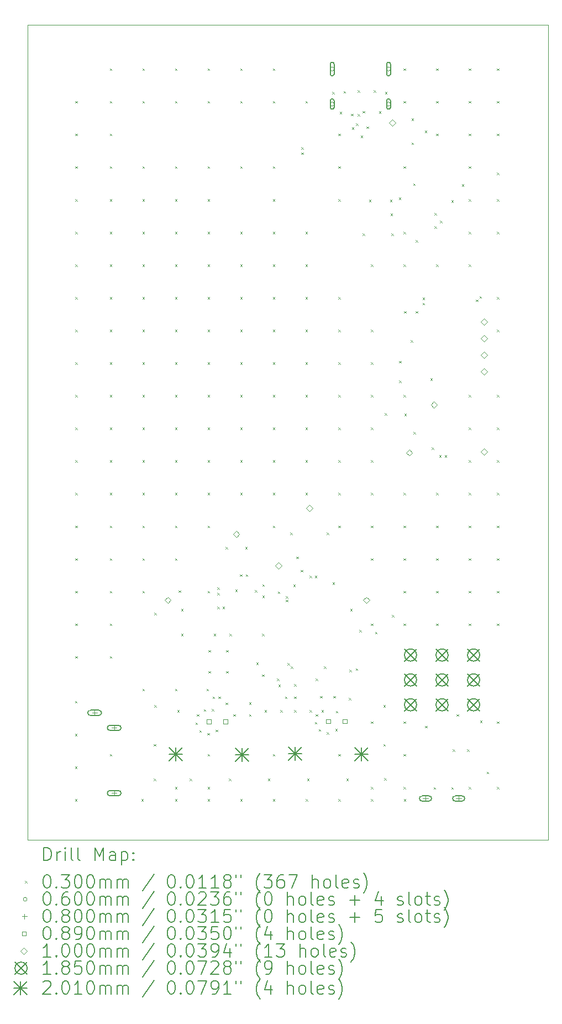
<source format=gbr>
%TF.GenerationSoftware,KiCad,Pcbnew,6.0.11+dfsg-1*%
%TF.CreationDate,2023-09-05T11:20:03+01:00*%
%TF.ProjectId,low-noise-power-probe-panel,6c6f772d-6e6f-4697-9365-2d706f776572,rev?*%
%TF.SameCoordinates,Original*%
%TF.FileFunction,Drillmap*%
%TF.FilePolarity,Positive*%
%FSLAX45Y45*%
G04 Gerber Fmt 4.5, Leading zero omitted, Abs format (unit mm)*
G04 Created by KiCad (PCBNEW 6.0.11+dfsg-1) date 2023-09-05 11:20:03*
%MOMM*%
%LPD*%
G01*
G04 APERTURE LIST*
%ADD10C,0.100000*%
%ADD11C,0.200000*%
%ADD12C,0.030000*%
%ADD13C,0.060000*%
%ADD14C,0.080000*%
%ADD15C,0.089000*%
%ADD16C,0.185000*%
%ADD17C,0.201000*%
G04 APERTURE END LIST*
D10*
X24989117Y-14479987D02*
X24989165Y-14479980D01*
X24989068Y-14479992D02*
X24989117Y-14479987D01*
X24989970Y-2000786D02*
X24989958Y-2000739D01*
X17010056Y-2000692D02*
X17010042Y-2000739D01*
X17010006Y-14479019D02*
X17010008Y-14479068D01*
X17010883Y-14479987D02*
X17010932Y-14479992D01*
X17010739Y-14479958D02*
X17010786Y-14479970D01*
X24989570Y-14479812D02*
X24989610Y-14479783D01*
X24989970Y-14479214D02*
X24989980Y-14479165D01*
X24989865Y-14479487D02*
X24989888Y-14479444D01*
X17010646Y-14479927D02*
X17010692Y-14479944D01*
X24989812Y-2000430D02*
X24989783Y-2000390D01*
X24989308Y-2000056D02*
X24989261Y-2000042D01*
X17010281Y-14479684D02*
X17010316Y-14479719D01*
X24989261Y-14479958D02*
X24989308Y-14479944D01*
X24989888Y-2000556D02*
X24989865Y-2000512D01*
X17010352Y-14479752D02*
X17010390Y-14479783D01*
X17010883Y-2000013D02*
X17010834Y-2000020D01*
X17010739Y-2000042D02*
X17010692Y-2000056D01*
X17010188Y-2000430D02*
X17010161Y-2000470D01*
X17010513Y-14479865D02*
X17010556Y-14479888D01*
X24989444Y-2000112D02*
X24989400Y-2000091D01*
X24989865Y-2000512D02*
X24989839Y-2000470D01*
X17010556Y-14479888D02*
X17010600Y-14479909D01*
X17010072Y-14479354D02*
X17010091Y-14479400D01*
X17011203Y-2000000D02*
X17010981Y-2000006D01*
X24988773Y-2000000D02*
X17011227Y-2000000D01*
X24989214Y-14479970D02*
X24989261Y-14479958D01*
X17010470Y-14479839D02*
X17010513Y-14479865D01*
X17010834Y-14479980D02*
X17010883Y-14479987D01*
X17010600Y-14479909D02*
X17010646Y-14479927D01*
X24989994Y-14479019D02*
X24990000Y-14478797D01*
X17010030Y-2000786D02*
X17010020Y-2000834D01*
X17010042Y-14479261D02*
X17010056Y-14479308D01*
X17010692Y-2000056D02*
X17010646Y-2000072D01*
X24989987Y-14479117D02*
X24989992Y-14479068D01*
X24989888Y-14479444D02*
X24989909Y-14479400D01*
X17010281Y-2000316D02*
X17010248Y-2000352D01*
X24989752Y-14479648D02*
X24989783Y-14479610D01*
X24989980Y-2000834D02*
X24989970Y-2000786D01*
X17010000Y-14478797D02*
X17010006Y-14479019D01*
X24989354Y-2000072D02*
X24989308Y-2000056D01*
X17010470Y-2000160D02*
X17010430Y-2000188D01*
X17010135Y-14479487D02*
X17010161Y-14479529D01*
X17010000Y-14478773D02*
X17010000Y-14478797D01*
X24988773Y-14480000D02*
X24988797Y-14480000D01*
X17010430Y-2000188D02*
X17010390Y-2000217D01*
X24989019Y-14479994D02*
X24989068Y-14479992D01*
X24989909Y-14479400D02*
X24989927Y-14479354D01*
X24989308Y-14479944D02*
X24989354Y-14479927D01*
X24989944Y-14479308D02*
X24989958Y-14479261D01*
X17010161Y-14479529D02*
X17010188Y-14479570D01*
X24988797Y-14480000D02*
X24989019Y-14479994D01*
X24989994Y-2000981D02*
X24989992Y-2000932D01*
X24989752Y-2000352D02*
X24989719Y-2000316D01*
X24989839Y-2000470D02*
X24989812Y-2000430D01*
X24989783Y-2000390D02*
X24989752Y-2000352D01*
X17010981Y-2000006D02*
X17010981Y-2000006D01*
X17010006Y-2000981D02*
X17010000Y-2001203D01*
X24989648Y-14479752D02*
X24989684Y-14479719D01*
X24989068Y-2000008D02*
X24989019Y-2000006D01*
X17010000Y-2001227D02*
X17010000Y-14478773D01*
X24989909Y-2000600D02*
X24989888Y-2000556D01*
X17010786Y-14479970D02*
X17010834Y-14479980D01*
X17010091Y-14479400D02*
X17010112Y-14479444D01*
X24989783Y-14479610D02*
X24989812Y-14479570D01*
X17010786Y-2000030D02*
X17010739Y-2000042D01*
X24989992Y-14479068D02*
X24989994Y-14479019D01*
X24989487Y-2000135D02*
X24989444Y-2000112D01*
X24990000Y-2001227D02*
X24990000Y-2001203D01*
X24989400Y-2000091D02*
X24989354Y-2000072D01*
X24989165Y-2000020D02*
X24989117Y-2000013D01*
X24989958Y-14479261D02*
X24989970Y-14479214D01*
X24989719Y-2000316D02*
X24989684Y-2000281D01*
X24989812Y-14479570D02*
X24989839Y-14479529D01*
X17010112Y-14479444D02*
X17010135Y-14479487D01*
X24989261Y-2000042D02*
X24989214Y-2000030D01*
X24989927Y-2000645D02*
X24989909Y-2000600D01*
X24988797Y-2000000D02*
X24988773Y-2000000D01*
X24990000Y-14478797D02*
X24990000Y-14478773D01*
X17010008Y-14479068D02*
X17010013Y-14479117D01*
X17010112Y-2000556D02*
X17010091Y-2000600D01*
X17010692Y-14479944D02*
X17010739Y-14479958D01*
X17010834Y-2000020D02*
X17010786Y-2000030D01*
X17010248Y-14479648D02*
X17010281Y-14479684D01*
X24990000Y-2001203D02*
X24989994Y-2000981D01*
X17010056Y-14479308D02*
X17010072Y-14479354D01*
X17010217Y-14479610D02*
X17010248Y-14479648D01*
X24989444Y-14479888D02*
X24989487Y-14479865D01*
X24989529Y-2000160D02*
X24989487Y-2000135D01*
X24989487Y-14479865D02*
X24989529Y-14479839D01*
X17010030Y-14479214D02*
X17010042Y-14479261D01*
X17010008Y-2000932D02*
X17010006Y-2000981D01*
X24989610Y-2000217D02*
X24989570Y-2000188D01*
X24989570Y-2000188D02*
X24989529Y-2000160D01*
X17010981Y-14479994D02*
X17011203Y-14480000D01*
X24989354Y-14479927D02*
X24989400Y-14479909D01*
X24989980Y-14479165D02*
X24989987Y-14479117D01*
X17011203Y-14480000D02*
X17011227Y-14480000D01*
X17010316Y-14479719D02*
X17010352Y-14479752D01*
X17010390Y-14479783D02*
X17010430Y-14479812D01*
X24989958Y-2000739D02*
X24989944Y-2000692D01*
X17010135Y-2000512D02*
X17010112Y-2000556D01*
X24989684Y-14479719D02*
X24989719Y-14479684D01*
X24989019Y-2000006D02*
X24988797Y-2000000D01*
X17010020Y-14479165D02*
X17010030Y-14479214D01*
X24989165Y-14479980D02*
X24989214Y-14479970D01*
X17010932Y-14479992D02*
X17010981Y-14479994D01*
X17010013Y-14479117D02*
X17010020Y-14479165D01*
X24989992Y-2000932D02*
X24989987Y-2000883D01*
X17010217Y-2000390D02*
X17010188Y-2000430D01*
X24989610Y-14479783D02*
X24989648Y-14479752D01*
X24989648Y-2000248D02*
X24989610Y-2000217D01*
X24989529Y-14479839D02*
X24989570Y-14479812D01*
X17010981Y-2000006D02*
X17010932Y-2000008D01*
X17010352Y-2000248D02*
X17010316Y-2000281D01*
X17011227Y-2000000D02*
X17011203Y-2000000D01*
X17010248Y-2000352D02*
X17010217Y-2000390D01*
X17010932Y-2000008D02*
X17010883Y-2000013D01*
X17010072Y-2000645D02*
X17010056Y-2000692D01*
X17010161Y-2000470D02*
X17010135Y-2000512D01*
X17010020Y-2000834D02*
X17010013Y-2000883D01*
X24990000Y-14478773D02*
X24990000Y-2001227D01*
X24989944Y-2000692D02*
X24989927Y-2000645D01*
X17010600Y-2000091D02*
X17010556Y-2000112D01*
X17010390Y-2000217D02*
X17010352Y-2000248D01*
X17010556Y-2000112D02*
X17010513Y-2000135D01*
X24989987Y-2000883D02*
X24989980Y-2000834D01*
X17011227Y-14480000D02*
X24988773Y-14480000D01*
X17010000Y-2001203D02*
X17010000Y-2001227D01*
X17010013Y-2000883D02*
X17010008Y-2000932D01*
X17010091Y-2000600D02*
X17010072Y-2000645D01*
X24989839Y-14479529D02*
X24989865Y-14479487D01*
X17010646Y-2000072D02*
X17010600Y-2000091D01*
X24989400Y-14479909D02*
X24989444Y-14479888D01*
X24989684Y-2000281D02*
X24989648Y-2000248D01*
X24989927Y-14479354D02*
X24989944Y-14479308D01*
X17010316Y-2000281D02*
X17010281Y-2000316D01*
X24989214Y-2000030D02*
X24989165Y-2000020D01*
X17010513Y-2000135D02*
X17010470Y-2000160D01*
X24989719Y-14479684D02*
X24989752Y-14479648D01*
X24989117Y-2000013D02*
X24989068Y-2000008D01*
X17010188Y-14479570D02*
X17010217Y-14479610D01*
X17010042Y-2000739D02*
X17010030Y-2000786D01*
X17010430Y-14479812D02*
X17010470Y-14479839D01*
D11*
D12*
X17740000Y-12355000D02*
X17770000Y-12385000D01*
X17770000Y-12355000D02*
X17740000Y-12385000D01*
X17740000Y-12855000D02*
X17770000Y-12885000D01*
X17770000Y-12855000D02*
X17740000Y-12885000D01*
X17740000Y-13355000D02*
X17770000Y-13385000D01*
X17770000Y-13355000D02*
X17740000Y-13385000D01*
X17740000Y-13855000D02*
X17770000Y-13885000D01*
X17770000Y-13855000D02*
X17740000Y-13885000D01*
X17745000Y-3167500D02*
X17775000Y-3197500D01*
X17775000Y-3167500D02*
X17745000Y-3197500D01*
X17745000Y-3667500D02*
X17775000Y-3697500D01*
X17775000Y-3667500D02*
X17745000Y-3697500D01*
X17745000Y-4167500D02*
X17775000Y-4197500D01*
X17775000Y-4167500D02*
X17745000Y-4197500D01*
X17745000Y-4667500D02*
X17775000Y-4697500D01*
X17775000Y-4667500D02*
X17745000Y-4697500D01*
X17745000Y-5167500D02*
X17775000Y-5197500D01*
X17775000Y-5167500D02*
X17745000Y-5197500D01*
X17745000Y-5667500D02*
X17775000Y-5697500D01*
X17775000Y-5667500D02*
X17745000Y-5697500D01*
X17745000Y-6167500D02*
X17775000Y-6197500D01*
X17775000Y-6167500D02*
X17745000Y-6197500D01*
X17745000Y-6667500D02*
X17775000Y-6697500D01*
X17775000Y-6667500D02*
X17745000Y-6697500D01*
X17745000Y-7167500D02*
X17775000Y-7197500D01*
X17775000Y-7167500D02*
X17745000Y-7197500D01*
X17745000Y-7667500D02*
X17775000Y-7697500D01*
X17775000Y-7667500D02*
X17745000Y-7697500D01*
X17745000Y-8167500D02*
X17775000Y-8197500D01*
X17775000Y-8167500D02*
X17745000Y-8197500D01*
X17745000Y-8667500D02*
X17775000Y-8697500D01*
X17775000Y-8667500D02*
X17745000Y-8697500D01*
X17745000Y-9167500D02*
X17775000Y-9197500D01*
X17775000Y-9167500D02*
X17745000Y-9197500D01*
X17745000Y-9667500D02*
X17775000Y-9697500D01*
X17775000Y-9667500D02*
X17745000Y-9697500D01*
X17745000Y-10167500D02*
X17775000Y-10197500D01*
X17775000Y-10167500D02*
X17745000Y-10197500D01*
X17745000Y-10667500D02*
X17775000Y-10697500D01*
X17775000Y-10667500D02*
X17745000Y-10697500D01*
X17745000Y-11167500D02*
X17775000Y-11197500D01*
X17775000Y-11167500D02*
X17745000Y-11197500D01*
X17745000Y-11667500D02*
X17775000Y-11697500D01*
X17775000Y-11667500D02*
X17745000Y-11697500D01*
X18271548Y-2667500D02*
X18301548Y-2697500D01*
X18301548Y-2667500D02*
X18271548Y-2697500D01*
X18271548Y-3167500D02*
X18301548Y-3197500D01*
X18301548Y-3167500D02*
X18271548Y-3197500D01*
X18271548Y-3667500D02*
X18301548Y-3697500D01*
X18301548Y-3667500D02*
X18271548Y-3697500D01*
X18271548Y-4167500D02*
X18301548Y-4197500D01*
X18301548Y-4167500D02*
X18271548Y-4197500D01*
X18271548Y-4667500D02*
X18301548Y-4697500D01*
X18301548Y-4667500D02*
X18271548Y-4697500D01*
X18271548Y-5167500D02*
X18301548Y-5197500D01*
X18301548Y-5167500D02*
X18271548Y-5197500D01*
X18271548Y-5667500D02*
X18301548Y-5697500D01*
X18301548Y-5667500D02*
X18271548Y-5697500D01*
X18271548Y-6167500D02*
X18301548Y-6197500D01*
X18301548Y-6167500D02*
X18271548Y-6197500D01*
X18271548Y-6667500D02*
X18301548Y-6697500D01*
X18301548Y-6667500D02*
X18271548Y-6697500D01*
X18271548Y-7167500D02*
X18301548Y-7197500D01*
X18301548Y-7167500D02*
X18271548Y-7197500D01*
X18271548Y-7667500D02*
X18301548Y-7697500D01*
X18301548Y-7667500D02*
X18271548Y-7697500D01*
X18271548Y-8167500D02*
X18301548Y-8197500D01*
X18301548Y-8167500D02*
X18271548Y-8197500D01*
X18271548Y-8667500D02*
X18301548Y-8697500D01*
X18301548Y-8667500D02*
X18271548Y-8697500D01*
X18271548Y-9167500D02*
X18301548Y-9197500D01*
X18301548Y-9167500D02*
X18271548Y-9197500D01*
X18271548Y-9667500D02*
X18301548Y-9697500D01*
X18301548Y-9667500D02*
X18271548Y-9697500D01*
X18271548Y-10167500D02*
X18301548Y-10197500D01*
X18301548Y-10167500D02*
X18271548Y-10197500D01*
X18271548Y-10667500D02*
X18301548Y-10697500D01*
X18301548Y-10667500D02*
X18271548Y-10697500D01*
X18271548Y-11167500D02*
X18301548Y-11197500D01*
X18301548Y-11167500D02*
X18271548Y-11197500D01*
X18271548Y-11667500D02*
X18301548Y-11697500D01*
X18301548Y-11667500D02*
X18271548Y-11697500D01*
X18271548Y-13167500D02*
X18301548Y-13197500D01*
X18301548Y-13167500D02*
X18271548Y-13197500D01*
X18755000Y-13855000D02*
X18785000Y-13885000D01*
X18785000Y-13855000D02*
X18755000Y-13885000D01*
X18771548Y-2667500D02*
X18801548Y-2697500D01*
X18801548Y-2667500D02*
X18771548Y-2697500D01*
X18771548Y-3167500D02*
X18801548Y-3197500D01*
X18801548Y-3167500D02*
X18771548Y-3197500D01*
X18771548Y-4167500D02*
X18801548Y-4197500D01*
X18801548Y-4167500D02*
X18771548Y-4197500D01*
X18771548Y-4667500D02*
X18801548Y-4697500D01*
X18801548Y-4667500D02*
X18771548Y-4697500D01*
X18771548Y-5167500D02*
X18801548Y-5197500D01*
X18801548Y-5167500D02*
X18771548Y-5197500D01*
X18771548Y-5667500D02*
X18801548Y-5697500D01*
X18801548Y-5667500D02*
X18771548Y-5697500D01*
X18771548Y-6167500D02*
X18801548Y-6197500D01*
X18801548Y-6167500D02*
X18771548Y-6197500D01*
X18771548Y-6667500D02*
X18801548Y-6697500D01*
X18801548Y-6667500D02*
X18771548Y-6697500D01*
X18771548Y-7167500D02*
X18801548Y-7197500D01*
X18801548Y-7167500D02*
X18771548Y-7197500D01*
X18771548Y-7667500D02*
X18801548Y-7697500D01*
X18801548Y-7667500D02*
X18771548Y-7697500D01*
X18771548Y-8167500D02*
X18801548Y-8197500D01*
X18801548Y-8167500D02*
X18771548Y-8197500D01*
X18771548Y-8667500D02*
X18801548Y-8697500D01*
X18801548Y-8667500D02*
X18771548Y-8697500D01*
X18771548Y-9167500D02*
X18801548Y-9197500D01*
X18801548Y-9167500D02*
X18771548Y-9197500D01*
X18771548Y-9667500D02*
X18801548Y-9697500D01*
X18801548Y-9667500D02*
X18771548Y-9697500D01*
X18771548Y-10167500D02*
X18801548Y-10197500D01*
X18801548Y-10167500D02*
X18771548Y-10197500D01*
X18771548Y-10667500D02*
X18801548Y-10697500D01*
X18801548Y-10667500D02*
X18771548Y-10697500D01*
X18771548Y-12167500D02*
X18801548Y-12197500D01*
X18801548Y-12167500D02*
X18771548Y-12197500D01*
X18945000Y-13015000D02*
X18975000Y-13045000D01*
X18975000Y-13015000D02*
X18945000Y-13045000D01*
X18945000Y-13545000D02*
X18975000Y-13575000D01*
X18975000Y-13545000D02*
X18945000Y-13575000D01*
X18955000Y-11005000D02*
X18985000Y-11035000D01*
X18985000Y-11005000D02*
X18955000Y-11035000D01*
X18955000Y-12415000D02*
X18985000Y-12445000D01*
X18985000Y-12415000D02*
X18955000Y-12445000D01*
X19270000Y-13855000D02*
X19300000Y-13885000D01*
X19300000Y-13855000D02*
X19270000Y-13885000D01*
X19271548Y-2667500D02*
X19301548Y-2697500D01*
X19301548Y-2667500D02*
X19271548Y-2697500D01*
X19271548Y-3167500D02*
X19301548Y-3197500D01*
X19301548Y-3167500D02*
X19271548Y-3197500D01*
X19271548Y-4167500D02*
X19301548Y-4197500D01*
X19301548Y-4167500D02*
X19271548Y-4197500D01*
X19271548Y-4667500D02*
X19301548Y-4697500D01*
X19301548Y-4667500D02*
X19271548Y-4697500D01*
X19271548Y-5167500D02*
X19301548Y-5197500D01*
X19301548Y-5167500D02*
X19271548Y-5197500D01*
X19271548Y-5667500D02*
X19301548Y-5697500D01*
X19301548Y-5667500D02*
X19271548Y-5697500D01*
X19271548Y-6167500D02*
X19301548Y-6197500D01*
X19301548Y-6167500D02*
X19271548Y-6197500D01*
X19271548Y-6667500D02*
X19301548Y-6697500D01*
X19301548Y-6667500D02*
X19271548Y-6697500D01*
X19271548Y-7167500D02*
X19301548Y-7197500D01*
X19301548Y-7167500D02*
X19271548Y-7197500D01*
X19271548Y-7667500D02*
X19301548Y-7697500D01*
X19301548Y-7667500D02*
X19271548Y-7697500D01*
X19271548Y-8167500D02*
X19301548Y-8197500D01*
X19301548Y-8167500D02*
X19271548Y-8197500D01*
X19271548Y-8667500D02*
X19301548Y-8697500D01*
X19301548Y-8667500D02*
X19271548Y-8697500D01*
X19271548Y-9167500D02*
X19301548Y-9197500D01*
X19301548Y-9167500D02*
X19271548Y-9197500D01*
X19271548Y-9667500D02*
X19301548Y-9697500D01*
X19301548Y-9667500D02*
X19271548Y-9697500D01*
X19271548Y-10167500D02*
X19301548Y-10197500D01*
X19301548Y-10167500D02*
X19271548Y-10197500D01*
X19271548Y-12167500D02*
X19301548Y-12197500D01*
X19301548Y-12167500D02*
X19271548Y-12197500D01*
X19271548Y-13667500D02*
X19301548Y-13697500D01*
X19301548Y-13667500D02*
X19271548Y-13697500D01*
X19305000Y-12495000D02*
X19335000Y-12525000D01*
X19335000Y-12495000D02*
X19305000Y-12525000D01*
X19325000Y-10660000D02*
X19355000Y-10690000D01*
X19355000Y-10660000D02*
X19325000Y-10690000D01*
X19365000Y-10945000D02*
X19395000Y-10975000D01*
X19395000Y-10945000D02*
X19365000Y-10975000D01*
X19365000Y-11325000D02*
X19395000Y-11355000D01*
X19395000Y-11325000D02*
X19365000Y-11355000D01*
X19495000Y-13545000D02*
X19525000Y-13575000D01*
X19525000Y-13545000D02*
X19495000Y-13575000D01*
X19585000Y-12685000D02*
X19615000Y-12715000D01*
X19615000Y-12685000D02*
X19585000Y-12715000D01*
X19607500Y-12557500D02*
X19637500Y-12587500D01*
X19637500Y-12557500D02*
X19607500Y-12587500D01*
X19642500Y-12800000D02*
X19672500Y-12830000D01*
X19672500Y-12800000D02*
X19642500Y-12830000D01*
X19710000Y-12480000D02*
X19740000Y-12510000D01*
X19740000Y-12480000D02*
X19710000Y-12510000D01*
X19755000Y-12167500D02*
X19785000Y-12197500D01*
X19785000Y-12167500D02*
X19755000Y-12197500D01*
X19765000Y-12845000D02*
X19795000Y-12875000D01*
X19795000Y-12845000D02*
X19765000Y-12875000D01*
X19770000Y-13855000D02*
X19800000Y-13885000D01*
X19800000Y-13855000D02*
X19770000Y-13885000D01*
X19771548Y-2667500D02*
X19801548Y-2697500D01*
X19801548Y-2667500D02*
X19771548Y-2697500D01*
X19771548Y-3167500D02*
X19801548Y-3197500D01*
X19801548Y-3167500D02*
X19771548Y-3197500D01*
X19771548Y-4167500D02*
X19801548Y-4197500D01*
X19801548Y-4167500D02*
X19771548Y-4197500D01*
X19771548Y-4667500D02*
X19801548Y-4697500D01*
X19801548Y-4667500D02*
X19771548Y-4697500D01*
X19771548Y-5167500D02*
X19801548Y-5197500D01*
X19801548Y-5167500D02*
X19771548Y-5197500D01*
X19771548Y-5667500D02*
X19801548Y-5697500D01*
X19801548Y-5667500D02*
X19771548Y-5697500D01*
X19771548Y-6167500D02*
X19801548Y-6197500D01*
X19801548Y-6167500D02*
X19771548Y-6197500D01*
X19771548Y-6667500D02*
X19801548Y-6697500D01*
X19801548Y-6667500D02*
X19771548Y-6697500D01*
X19771548Y-7167500D02*
X19801548Y-7197500D01*
X19801548Y-7167500D02*
X19771548Y-7197500D01*
X19771548Y-7667500D02*
X19801548Y-7697500D01*
X19801548Y-7667500D02*
X19771548Y-7697500D01*
X19771548Y-8167500D02*
X19801548Y-8197500D01*
X19801548Y-8167500D02*
X19771548Y-8197500D01*
X19771548Y-8667500D02*
X19801548Y-8697500D01*
X19801548Y-8667500D02*
X19771548Y-8697500D01*
X19771548Y-9167500D02*
X19801548Y-9197500D01*
X19801548Y-9167500D02*
X19771548Y-9197500D01*
X19771548Y-9667500D02*
X19801548Y-9697500D01*
X19801548Y-9667500D02*
X19771548Y-9697500D01*
X19771548Y-10667500D02*
X19801548Y-10697500D01*
X19801548Y-10667500D02*
X19771548Y-10697500D01*
X19771548Y-13167500D02*
X19801548Y-13197500D01*
X19801548Y-13167500D02*
X19771548Y-13197500D01*
X19771548Y-13667500D02*
X19801548Y-13697500D01*
X19801548Y-13667500D02*
X19771548Y-13697500D01*
X19785000Y-11575000D02*
X19815000Y-11605000D01*
X19815000Y-11575000D02*
X19785000Y-11605000D01*
X19785000Y-11895000D02*
X19815000Y-11925000D01*
X19815000Y-11895000D02*
X19785000Y-11925000D01*
X19835000Y-12475000D02*
X19865000Y-12505000D01*
X19865000Y-12475000D02*
X19835000Y-12505000D01*
X19845425Y-12284336D02*
X19875425Y-12314336D01*
X19875425Y-12284336D02*
X19845425Y-12314336D01*
X19865000Y-11325000D02*
X19895000Y-11355000D01*
X19895000Y-11325000D02*
X19865000Y-11355000D01*
X19895000Y-12795000D02*
X19925000Y-12825000D01*
X19925000Y-12795000D02*
X19895000Y-12825000D01*
X19920000Y-10612500D02*
X19950000Y-10642500D01*
X19950000Y-10612500D02*
X19920000Y-10642500D01*
X19920000Y-10700000D02*
X19950000Y-10730000D01*
X19950000Y-10700000D02*
X19920000Y-10730000D01*
X19920000Y-10907500D02*
X19950000Y-10937500D01*
X19950000Y-10907500D02*
X19920000Y-10937500D01*
X19935000Y-12285000D02*
X19965000Y-12315000D01*
X19965000Y-12285000D02*
X19935000Y-12315000D01*
X20001000Y-10907500D02*
X20031000Y-10937500D01*
X20031000Y-10907500D02*
X20001000Y-10937500D01*
X20045000Y-9995000D02*
X20075000Y-10025000D01*
X20075000Y-9995000D02*
X20045000Y-10025000D01*
X20045000Y-12380000D02*
X20075000Y-12410000D01*
X20075000Y-12380000D02*
X20045000Y-12410000D01*
X20055000Y-11575000D02*
X20085000Y-11605000D01*
X20085000Y-11575000D02*
X20055000Y-11605000D01*
X20055000Y-11895000D02*
X20085000Y-11925000D01*
X20085000Y-11895000D02*
X20055000Y-11925000D01*
X20095000Y-13545000D02*
X20125000Y-13575000D01*
X20125000Y-13545000D02*
X20095000Y-13575000D01*
X20105000Y-11325000D02*
X20135000Y-11355000D01*
X20135000Y-11325000D02*
X20105000Y-11355000D01*
X20165000Y-12555000D02*
X20195000Y-12585000D01*
X20195000Y-12555000D02*
X20165000Y-12585000D01*
X20195000Y-10645000D02*
X20225000Y-10675000D01*
X20225000Y-10645000D02*
X20195000Y-10675000D01*
X20265000Y-10415000D02*
X20295000Y-10445000D01*
X20295000Y-10415000D02*
X20265000Y-10445000D01*
X20270000Y-13855000D02*
X20300000Y-13885000D01*
X20300000Y-13855000D02*
X20270000Y-13885000D01*
X20271548Y-2667500D02*
X20301548Y-2697500D01*
X20301548Y-2667500D02*
X20271548Y-2697500D01*
X20271548Y-3167500D02*
X20301548Y-3197500D01*
X20301548Y-3167500D02*
X20271548Y-3197500D01*
X20271548Y-4167500D02*
X20301548Y-4197500D01*
X20301548Y-4167500D02*
X20271548Y-4197500D01*
X20271548Y-5167500D02*
X20301548Y-5197500D01*
X20301548Y-5167500D02*
X20271548Y-5197500D01*
X20271548Y-5667500D02*
X20301548Y-5697500D01*
X20301548Y-5667500D02*
X20271548Y-5697500D01*
X20271548Y-6167500D02*
X20301548Y-6197500D01*
X20301548Y-6167500D02*
X20271548Y-6197500D01*
X20271548Y-6667500D02*
X20301548Y-6697500D01*
X20301548Y-6667500D02*
X20271548Y-6697500D01*
X20271548Y-7167500D02*
X20301548Y-7197500D01*
X20301548Y-7167500D02*
X20271548Y-7197500D01*
X20271548Y-7667500D02*
X20301548Y-7697500D01*
X20301548Y-7667500D02*
X20271548Y-7697500D01*
X20271548Y-8167500D02*
X20301548Y-8197500D01*
X20301548Y-8167500D02*
X20271548Y-8197500D01*
X20271548Y-8667500D02*
X20301548Y-8697500D01*
X20301548Y-8667500D02*
X20271548Y-8697500D01*
X20271548Y-9167500D02*
X20301548Y-9197500D01*
X20301548Y-9167500D02*
X20271548Y-9197500D01*
X20345000Y-9995000D02*
X20375000Y-10025000D01*
X20375000Y-9995000D02*
X20345000Y-10025000D01*
X20355000Y-10415000D02*
X20385000Y-10445000D01*
X20385000Y-10415000D02*
X20355000Y-10445000D01*
X20405000Y-12375000D02*
X20435000Y-12405000D01*
X20435000Y-12375000D02*
X20405000Y-12405000D01*
X20405000Y-12555000D02*
X20435000Y-12585000D01*
X20435000Y-12555000D02*
X20405000Y-12585000D01*
X20495000Y-10655000D02*
X20525000Y-10685000D01*
X20525000Y-10655000D02*
X20495000Y-10685000D01*
X20515000Y-11765000D02*
X20545000Y-11795000D01*
X20545000Y-11765000D02*
X20515000Y-11795000D01*
X20605000Y-11325000D02*
X20635000Y-11355000D01*
X20635000Y-11325000D02*
X20605000Y-11355000D01*
X20605000Y-11945000D02*
X20635000Y-11975000D01*
X20635000Y-11945000D02*
X20605000Y-11975000D01*
X20610000Y-10565000D02*
X20640000Y-10595000D01*
X20640000Y-10565000D02*
X20610000Y-10595000D01*
X20610000Y-10740000D02*
X20640000Y-10770000D01*
X20640000Y-10740000D02*
X20610000Y-10770000D01*
X20645000Y-12495000D02*
X20675000Y-12525000D01*
X20675000Y-12495000D02*
X20645000Y-12525000D01*
X20695000Y-13545000D02*
X20725000Y-13575000D01*
X20725000Y-13545000D02*
X20695000Y-13575000D01*
X20770000Y-13855000D02*
X20800000Y-13885000D01*
X20800000Y-13855000D02*
X20770000Y-13885000D01*
X20771548Y-2667500D02*
X20801548Y-2697500D01*
X20801548Y-2667500D02*
X20771548Y-2697500D01*
X20771548Y-3167500D02*
X20801548Y-3197500D01*
X20801548Y-3167500D02*
X20771548Y-3197500D01*
X20771548Y-4167500D02*
X20801548Y-4197500D01*
X20801548Y-4167500D02*
X20771548Y-4197500D01*
X20771548Y-4667500D02*
X20801548Y-4697500D01*
X20801548Y-4667500D02*
X20771548Y-4697500D01*
X20771548Y-5167500D02*
X20801548Y-5197500D01*
X20801548Y-5167500D02*
X20771548Y-5197500D01*
X20771548Y-5667500D02*
X20801548Y-5697500D01*
X20801548Y-5667500D02*
X20771548Y-5697500D01*
X20771548Y-6167500D02*
X20801548Y-6197500D01*
X20801548Y-6167500D02*
X20771548Y-6197500D01*
X20771548Y-6667500D02*
X20801548Y-6697500D01*
X20801548Y-6667500D02*
X20771548Y-6697500D01*
X20771548Y-7167500D02*
X20801548Y-7197500D01*
X20801548Y-7167500D02*
X20771548Y-7197500D01*
X20771548Y-7667500D02*
X20801548Y-7697500D01*
X20801548Y-7667500D02*
X20771548Y-7697500D01*
X20771548Y-8167500D02*
X20801548Y-8197500D01*
X20801548Y-8167500D02*
X20771548Y-8197500D01*
X20771548Y-8667500D02*
X20801548Y-8697500D01*
X20801548Y-8667500D02*
X20771548Y-8697500D01*
X20771548Y-9167500D02*
X20801548Y-9197500D01*
X20801548Y-9167500D02*
X20771548Y-9197500D01*
X20771548Y-9667500D02*
X20801548Y-9697500D01*
X20801548Y-9667500D02*
X20771548Y-9697500D01*
X20771548Y-13167500D02*
X20801548Y-13197500D01*
X20801548Y-13167500D02*
X20771548Y-13197500D01*
X20834724Y-12011276D02*
X20864724Y-12041276D01*
X20864724Y-12011276D02*
X20834724Y-12041276D01*
X20845000Y-10675000D02*
X20875000Y-10705000D01*
X20875000Y-10675000D02*
X20845000Y-10705000D01*
X20855000Y-12104000D02*
X20885000Y-12134000D01*
X20885000Y-12104000D02*
X20855000Y-12134000D01*
X20885000Y-12495000D02*
X20915000Y-12525000D01*
X20915000Y-12495000D02*
X20885000Y-12525000D01*
X20955000Y-12285000D02*
X20985000Y-12315000D01*
X20985000Y-12285000D02*
X20955000Y-12315000D01*
X20969000Y-10805000D02*
X20999000Y-10835000D01*
X20999000Y-10805000D02*
X20969000Y-10835000D01*
X20969187Y-10747605D02*
X20999187Y-10777605D01*
X20999187Y-10747605D02*
X20969187Y-10777605D01*
X20995000Y-11775000D02*
X21025000Y-11805000D01*
X21025000Y-11775000D02*
X20995000Y-11805000D01*
X21035000Y-9775000D02*
X21065000Y-9805000D01*
X21065000Y-9775000D02*
X21035000Y-9805000D01*
X21045000Y-11825000D02*
X21075000Y-11855000D01*
X21075000Y-11825000D02*
X21045000Y-11855000D01*
X21082500Y-10570000D02*
X21112500Y-10600000D01*
X21112500Y-10570000D02*
X21082500Y-10600000D01*
X21095000Y-12095000D02*
X21125000Y-12125000D01*
X21125000Y-12095000D02*
X21095000Y-12125000D01*
X21095000Y-12285000D02*
X21125000Y-12315000D01*
X21125000Y-12285000D02*
X21095000Y-12315000D01*
X21095000Y-12495000D02*
X21125000Y-12525000D01*
X21125000Y-12495000D02*
X21095000Y-12525000D01*
X21130000Y-10145000D02*
X21160000Y-10175000D01*
X21160000Y-10145000D02*
X21130000Y-10175000D01*
X21197500Y-10345000D02*
X21227500Y-10375000D01*
X21227500Y-10345000D02*
X21197500Y-10375000D01*
X21205000Y-3875000D02*
X21235000Y-3905000D01*
X21235000Y-3875000D02*
X21205000Y-3905000D01*
X21205000Y-3955000D02*
X21235000Y-3985000D01*
X21235000Y-3955000D02*
X21205000Y-3985000D01*
X21271548Y-3167500D02*
X21301548Y-3197500D01*
X21301548Y-3167500D02*
X21271548Y-3197500D01*
X21271548Y-5167500D02*
X21301548Y-5197500D01*
X21301548Y-5167500D02*
X21271548Y-5197500D01*
X21271548Y-5667500D02*
X21301548Y-5697500D01*
X21301548Y-5667500D02*
X21271548Y-5697500D01*
X21271548Y-6167500D02*
X21301548Y-6197500D01*
X21301548Y-6167500D02*
X21271548Y-6197500D01*
X21271548Y-6667500D02*
X21301548Y-6697500D01*
X21301548Y-6667500D02*
X21271548Y-6697500D01*
X21271548Y-7167500D02*
X21301548Y-7197500D01*
X21301548Y-7167500D02*
X21271548Y-7197500D01*
X21271548Y-7667500D02*
X21301548Y-7697500D01*
X21301548Y-7667500D02*
X21271548Y-7697500D01*
X21271548Y-8167500D02*
X21301548Y-8197500D01*
X21301548Y-8167500D02*
X21271548Y-8197500D01*
X21271548Y-8667500D02*
X21301548Y-8697500D01*
X21301548Y-8667500D02*
X21271548Y-8697500D01*
X21271548Y-9167500D02*
X21301548Y-9197500D01*
X21301548Y-9167500D02*
X21271548Y-9197500D01*
X21275000Y-13855000D02*
X21305000Y-13885000D01*
X21305000Y-13855000D02*
X21275000Y-13885000D01*
X21295000Y-13545000D02*
X21325000Y-13575000D01*
X21325000Y-13545000D02*
X21295000Y-13575000D01*
X21335000Y-10435000D02*
X21365000Y-10465000D01*
X21365000Y-10435000D02*
X21335000Y-10465000D01*
X21335000Y-12495000D02*
X21365000Y-12525000D01*
X21365000Y-12495000D02*
X21335000Y-12525000D01*
X21415000Y-10435000D02*
X21445000Y-10465000D01*
X21445000Y-10435000D02*
X21415000Y-10465000D01*
X21415000Y-12675000D02*
X21445000Y-12705000D01*
X21445000Y-12675000D02*
X21415000Y-12705000D01*
X21425000Y-12010000D02*
X21455000Y-12040000D01*
X21455000Y-12010000D02*
X21425000Y-12040000D01*
X21425000Y-12555000D02*
X21455000Y-12585000D01*
X21455000Y-12555000D02*
X21425000Y-12585000D01*
X21472500Y-12785000D02*
X21502500Y-12815000D01*
X21502500Y-12785000D02*
X21472500Y-12815000D01*
X21495000Y-12277450D02*
X21525000Y-12307450D01*
X21525000Y-12277450D02*
X21495000Y-12307450D01*
X21515000Y-12495000D02*
X21545000Y-12525000D01*
X21545000Y-12495000D02*
X21515000Y-12525000D01*
X21555000Y-11825000D02*
X21585000Y-11855000D01*
X21585000Y-11825000D02*
X21555000Y-11855000D01*
X21595000Y-9775000D02*
X21625000Y-9805000D01*
X21625000Y-9775000D02*
X21595000Y-9805000D01*
X21595000Y-12830000D02*
X21625000Y-12860000D01*
X21625000Y-12830000D02*
X21595000Y-12860000D01*
X21680000Y-3025000D02*
X21710000Y-3055000D01*
X21710000Y-3025000D02*
X21680000Y-3055000D01*
X21685000Y-10535000D02*
X21715000Y-10565000D01*
X21715000Y-10535000D02*
X21685000Y-10565000D01*
X21695000Y-12277450D02*
X21725000Y-12307450D01*
X21725000Y-12277450D02*
X21695000Y-12307450D01*
X21725000Y-12780000D02*
X21755000Y-12810000D01*
X21755000Y-12780000D02*
X21725000Y-12810000D01*
X21735000Y-12505000D02*
X21765000Y-12535000D01*
X21765000Y-12505000D02*
X21735000Y-12535000D01*
X21771548Y-3667500D02*
X21801548Y-3697500D01*
X21801548Y-3667500D02*
X21771548Y-3697500D01*
X21771548Y-4167500D02*
X21801548Y-4197500D01*
X21801548Y-4167500D02*
X21771548Y-4197500D01*
X21771548Y-4667500D02*
X21801548Y-4697500D01*
X21801548Y-4667500D02*
X21771548Y-4697500D01*
X21771548Y-6167500D02*
X21801548Y-6197500D01*
X21801548Y-6167500D02*
X21771548Y-6197500D01*
X21771548Y-6667500D02*
X21801548Y-6697500D01*
X21801548Y-6667500D02*
X21771548Y-6697500D01*
X21771548Y-7167500D02*
X21801548Y-7197500D01*
X21801548Y-7167500D02*
X21771548Y-7197500D01*
X21771548Y-7667500D02*
X21801548Y-7697500D01*
X21801548Y-7667500D02*
X21771548Y-7697500D01*
X21771548Y-8167500D02*
X21801548Y-8197500D01*
X21801548Y-8167500D02*
X21771548Y-8197500D01*
X21771548Y-8667500D02*
X21801548Y-8697500D01*
X21801548Y-8667500D02*
X21771548Y-8697500D01*
X21771548Y-9167500D02*
X21801548Y-9197500D01*
X21801548Y-9167500D02*
X21771548Y-9197500D01*
X21771548Y-9667500D02*
X21801548Y-9697500D01*
X21801548Y-9667500D02*
X21771548Y-9697500D01*
X21771548Y-13167500D02*
X21801548Y-13197500D01*
X21801548Y-13167500D02*
X21771548Y-13197500D01*
X21775000Y-13855000D02*
X21805000Y-13885000D01*
X21805000Y-13855000D02*
X21775000Y-13885000D01*
X21795000Y-3330000D02*
X21825000Y-3360000D01*
X21825000Y-3330000D02*
X21795000Y-3360000D01*
X21855000Y-3015000D02*
X21885000Y-3045000D01*
X21885000Y-3015000D02*
X21855000Y-3045000D01*
X21895000Y-13545000D02*
X21925000Y-13575000D01*
X21925000Y-13545000D02*
X21895000Y-13575000D01*
X21935000Y-12305000D02*
X21965000Y-12335000D01*
X21965000Y-12305000D02*
X21935000Y-12335000D01*
X21944000Y-11872872D02*
X21974000Y-11902872D01*
X21974000Y-11872872D02*
X21944000Y-11902872D01*
X21955000Y-10945000D02*
X21985000Y-10975000D01*
X21985000Y-10945000D02*
X21955000Y-10975000D01*
X21970000Y-3363000D02*
X22000000Y-3393000D01*
X22000000Y-3363000D02*
X21970000Y-3393000D01*
X21980000Y-3570000D02*
X22010000Y-3600000D01*
X22010000Y-3570000D02*
X21980000Y-3600000D01*
X22041000Y-11853000D02*
X22071000Y-11883000D01*
X22071000Y-11853000D02*
X22041000Y-11883000D01*
X22045000Y-3511000D02*
X22075000Y-3541000D01*
X22075000Y-3511000D02*
X22045000Y-3541000D01*
X22070000Y-3000000D02*
X22100000Y-3030000D01*
X22100000Y-3000000D02*
X22070000Y-3030000D01*
X22071000Y-3364000D02*
X22101000Y-3394000D01*
X22101000Y-3364000D02*
X22071000Y-3394000D01*
X22095000Y-11265000D02*
X22125000Y-11295000D01*
X22125000Y-11265000D02*
X22095000Y-11295000D01*
X22115000Y-3695000D02*
X22145000Y-3725000D01*
X22145000Y-3695000D02*
X22115000Y-3725000D01*
X22145000Y-5195000D02*
X22175000Y-5225000D01*
X22175000Y-5195000D02*
X22145000Y-5225000D01*
X22145948Y-3320948D02*
X22175948Y-3350948D01*
X22175948Y-3320948D02*
X22145948Y-3350948D01*
X22205000Y-3555000D02*
X22235000Y-3585000D01*
X22235000Y-3555000D02*
X22205000Y-3585000D01*
X22245000Y-4680000D02*
X22275000Y-4710000D01*
X22275000Y-4680000D02*
X22245000Y-4710000D01*
X22271548Y-5667500D02*
X22301548Y-5697500D01*
X22301548Y-5667500D02*
X22271548Y-5697500D01*
X22271548Y-6667500D02*
X22301548Y-6697500D01*
X22301548Y-6667500D02*
X22271548Y-6697500D01*
X22271548Y-7167500D02*
X22301548Y-7197500D01*
X22301548Y-7167500D02*
X22271548Y-7197500D01*
X22271548Y-7667500D02*
X22301548Y-7697500D01*
X22301548Y-7667500D02*
X22271548Y-7697500D01*
X22271548Y-8167500D02*
X22301548Y-8197500D01*
X22301548Y-8167500D02*
X22271548Y-8197500D01*
X22271548Y-8667500D02*
X22301548Y-8697500D01*
X22301548Y-8667500D02*
X22271548Y-8697500D01*
X22271548Y-9167500D02*
X22301548Y-9197500D01*
X22301548Y-9167500D02*
X22271548Y-9197500D01*
X22271548Y-9667500D02*
X22301548Y-9697500D01*
X22301548Y-9667500D02*
X22271548Y-9697500D01*
X22271548Y-10167500D02*
X22301548Y-10197500D01*
X22301548Y-10167500D02*
X22271548Y-10197500D01*
X22271548Y-11167500D02*
X22301548Y-11197500D01*
X22301548Y-11167500D02*
X22271548Y-11197500D01*
X22271548Y-12667500D02*
X22301548Y-12697500D01*
X22301548Y-12667500D02*
X22271548Y-12697500D01*
X22271548Y-13667500D02*
X22301548Y-13697500D01*
X22301548Y-13667500D02*
X22271548Y-13697500D01*
X22275000Y-13855000D02*
X22305000Y-13885000D01*
X22305000Y-13855000D02*
X22275000Y-13885000D01*
X22315000Y-3000000D02*
X22345000Y-3030000D01*
X22345000Y-3000000D02*
X22315000Y-3030000D01*
X22335000Y-11295000D02*
X22365000Y-11325000D01*
X22365000Y-11295000D02*
X22335000Y-11325000D01*
X22395000Y-3325000D02*
X22425000Y-3355000D01*
X22425000Y-3325000D02*
X22395000Y-3355000D01*
X22465000Y-12415000D02*
X22495000Y-12445000D01*
X22495000Y-12415000D02*
X22465000Y-12445000D01*
X22465000Y-13015000D02*
X22495000Y-13045000D01*
X22495000Y-13015000D02*
X22465000Y-13045000D01*
X22475000Y-13535000D02*
X22505000Y-13565000D01*
X22505000Y-13535000D02*
X22475000Y-13565000D01*
X22485000Y-7945000D02*
X22515000Y-7975000D01*
X22515000Y-7945000D02*
X22485000Y-7975000D01*
X22490000Y-3025000D02*
X22520000Y-3055000D01*
X22520000Y-3025000D02*
X22490000Y-3055000D01*
X22565000Y-4680000D02*
X22595000Y-4710000D01*
X22595000Y-4680000D02*
X22565000Y-4710000D01*
X22575000Y-4890000D02*
X22605000Y-4920000D01*
X22605000Y-4890000D02*
X22575000Y-4920000D01*
X22585000Y-5195000D02*
X22615000Y-5225000D01*
X22615000Y-5195000D02*
X22585000Y-5225000D01*
X22595000Y-11035000D02*
X22625000Y-11065000D01*
X22625000Y-11035000D02*
X22595000Y-11065000D01*
X22700000Y-4645000D02*
X22730000Y-4675000D01*
X22730000Y-4645000D02*
X22700000Y-4675000D01*
X22705000Y-7145000D02*
X22735000Y-7175000D01*
X22735000Y-7145000D02*
X22705000Y-7175000D01*
X22705000Y-7445000D02*
X22735000Y-7475000D01*
X22735000Y-7445000D02*
X22705000Y-7475000D01*
X22771548Y-2667500D02*
X22801548Y-2697500D01*
X22801548Y-2667500D02*
X22771548Y-2697500D01*
X22771548Y-3167500D02*
X22801548Y-3197500D01*
X22801548Y-3167500D02*
X22771548Y-3197500D01*
X22771548Y-4167500D02*
X22801548Y-4197500D01*
X22801548Y-4167500D02*
X22771548Y-4197500D01*
X22771548Y-5167500D02*
X22801548Y-5197500D01*
X22801548Y-5167500D02*
X22771548Y-5197500D01*
X22771548Y-5667500D02*
X22801548Y-5697500D01*
X22801548Y-5667500D02*
X22771548Y-5697500D01*
X22771548Y-7667500D02*
X22801548Y-7697500D01*
X22801548Y-7667500D02*
X22771548Y-7697500D01*
X22771548Y-9167500D02*
X22801548Y-9197500D01*
X22801548Y-9167500D02*
X22771548Y-9197500D01*
X22771548Y-9667500D02*
X22801548Y-9697500D01*
X22801548Y-9667500D02*
X22771548Y-9697500D01*
X22771548Y-10167500D02*
X22801548Y-10197500D01*
X22801548Y-10167500D02*
X22771548Y-10197500D01*
X22771548Y-10667500D02*
X22801548Y-10697500D01*
X22801548Y-10667500D02*
X22771548Y-10697500D01*
X22771548Y-11167500D02*
X22801548Y-11197500D01*
X22801548Y-11167500D02*
X22771548Y-11197500D01*
X22771548Y-12667500D02*
X22801548Y-12697500D01*
X22801548Y-12667500D02*
X22771548Y-12697500D01*
X22771548Y-13167500D02*
X22801548Y-13197500D01*
X22801548Y-13167500D02*
X22771548Y-13197500D01*
X22771548Y-13667500D02*
X22801548Y-13697500D01*
X22801548Y-13667500D02*
X22771548Y-13697500D01*
X22775000Y-13855000D02*
X22805000Y-13885000D01*
X22805000Y-13855000D02*
X22775000Y-13885000D01*
X22780000Y-6385000D02*
X22810000Y-6415000D01*
X22810000Y-6385000D02*
X22780000Y-6415000D01*
X22785000Y-7955000D02*
X22815000Y-7985000D01*
X22815000Y-7955000D02*
X22785000Y-7985000D01*
X22880334Y-6828187D02*
X22910334Y-6858187D01*
X22910334Y-6828187D02*
X22880334Y-6858187D01*
X22895000Y-3435000D02*
X22925000Y-3465000D01*
X22925000Y-3435000D02*
X22895000Y-3465000D01*
X22895000Y-3800000D02*
X22925000Y-3830000D01*
X22925000Y-3800000D02*
X22895000Y-3830000D01*
X22920000Y-4430000D02*
X22950000Y-4460000D01*
X22950000Y-4430000D02*
X22920000Y-4460000D01*
X22925000Y-8235000D02*
X22955000Y-8265000D01*
X22955000Y-8235000D02*
X22925000Y-8265000D01*
X22960000Y-5295000D02*
X22990000Y-5325000D01*
X22990000Y-5295000D02*
X22960000Y-5325000D01*
X22960000Y-6385000D02*
X22990000Y-6415000D01*
X22990000Y-6385000D02*
X22960000Y-6415000D01*
X23065000Y-6175000D02*
X23095000Y-6205000D01*
X23095000Y-6175000D02*
X23065000Y-6205000D01*
X23065000Y-6256000D02*
X23095000Y-6286000D01*
X23095000Y-6256000D02*
X23065000Y-6286000D01*
X23100000Y-3620000D02*
X23130000Y-3650000D01*
X23130000Y-3620000D02*
X23100000Y-3650000D01*
X23105000Y-12735000D02*
X23135000Y-12765000D01*
X23135000Y-12735000D02*
X23105000Y-12765000D01*
X23185000Y-7415000D02*
X23215000Y-7445000D01*
X23215000Y-7415000D02*
X23185000Y-7445000D01*
X23205000Y-8470000D02*
X23235000Y-8500000D01*
X23235000Y-8470000D02*
X23205000Y-8500000D01*
X23235000Y-13675000D02*
X23265000Y-13705000D01*
X23265000Y-13675000D02*
X23235000Y-13705000D01*
X23247000Y-4882000D02*
X23277000Y-4912000D01*
X23277000Y-4882000D02*
X23247000Y-4912000D01*
X23248000Y-5084000D02*
X23278000Y-5114000D01*
X23278000Y-5084000D02*
X23248000Y-5114000D01*
X23271548Y-2667500D02*
X23301548Y-2697500D01*
X23301548Y-2667500D02*
X23271548Y-2697500D01*
X23271548Y-3167500D02*
X23301548Y-3197500D01*
X23301548Y-3167500D02*
X23271548Y-3197500D01*
X23271548Y-3667500D02*
X23301548Y-3697500D01*
X23301548Y-3667500D02*
X23271548Y-3697500D01*
X23271548Y-5667500D02*
X23301548Y-5697500D01*
X23301548Y-5667500D02*
X23271548Y-5697500D01*
X23271548Y-9167500D02*
X23301548Y-9197500D01*
X23301548Y-9167500D02*
X23271548Y-9197500D01*
X23271548Y-9667500D02*
X23301548Y-9697500D01*
X23301548Y-9667500D02*
X23271548Y-9697500D01*
X23271548Y-10167500D02*
X23301548Y-10197500D01*
X23301548Y-10167500D02*
X23271548Y-10197500D01*
X23271548Y-10667500D02*
X23301548Y-10697500D01*
X23301548Y-10667500D02*
X23271548Y-10697500D01*
X23271548Y-11167500D02*
X23301548Y-11197500D01*
X23301548Y-11167500D02*
X23271548Y-11197500D01*
X23318000Y-8590000D02*
X23348000Y-8620000D01*
X23348000Y-8590000D02*
X23318000Y-8620000D01*
X23330000Y-5000000D02*
X23360000Y-5030000D01*
X23360000Y-5000000D02*
X23330000Y-5030000D01*
X23405000Y-8590000D02*
X23435000Y-8620000D01*
X23435000Y-8590000D02*
X23405000Y-8620000D01*
X23504000Y-4687000D02*
X23534000Y-4717000D01*
X23534000Y-4687000D02*
X23504000Y-4717000D01*
X23505000Y-13675000D02*
X23535000Y-13705000D01*
X23535000Y-13675000D02*
X23505000Y-13705000D01*
X23525000Y-13095000D02*
X23555000Y-13125000D01*
X23555000Y-13095000D02*
X23525000Y-13125000D01*
X23585000Y-12555000D02*
X23615000Y-12585000D01*
X23615000Y-12555000D02*
X23585000Y-12585000D01*
X23665000Y-4440000D02*
X23695000Y-4470000D01*
X23695000Y-4440000D02*
X23665000Y-4470000D01*
X23745000Y-13095000D02*
X23775000Y-13125000D01*
X23775000Y-13095000D02*
X23745000Y-13125000D01*
X23771548Y-2667500D02*
X23801548Y-2697500D01*
X23801548Y-2667500D02*
X23771548Y-2697500D01*
X23771548Y-3167500D02*
X23801548Y-3197500D01*
X23801548Y-3167500D02*
X23771548Y-3197500D01*
X23771548Y-3667500D02*
X23801548Y-3697500D01*
X23801548Y-3667500D02*
X23771548Y-3697500D01*
X23771548Y-4167500D02*
X23801548Y-4197500D01*
X23801548Y-4167500D02*
X23771548Y-4197500D01*
X23771548Y-4667500D02*
X23801548Y-4697500D01*
X23801548Y-4667500D02*
X23771548Y-4697500D01*
X23771548Y-5167500D02*
X23801548Y-5197500D01*
X23801548Y-5167500D02*
X23771548Y-5197500D01*
X23771548Y-5667500D02*
X23801548Y-5697500D01*
X23801548Y-5667500D02*
X23771548Y-5697500D01*
X23771548Y-7667500D02*
X23801548Y-7697500D01*
X23801548Y-7667500D02*
X23771548Y-7697500D01*
X23771548Y-8167500D02*
X23801548Y-8197500D01*
X23801548Y-8167500D02*
X23771548Y-8197500D01*
X23771548Y-8667500D02*
X23801548Y-8697500D01*
X23801548Y-8667500D02*
X23771548Y-8697500D01*
X23771548Y-9167500D02*
X23801548Y-9197500D01*
X23801548Y-9167500D02*
X23771548Y-9197500D01*
X23771548Y-9667500D02*
X23801548Y-9697500D01*
X23801548Y-9667500D02*
X23771548Y-9697500D01*
X23771548Y-10167500D02*
X23801548Y-10197500D01*
X23801548Y-10167500D02*
X23771548Y-10197500D01*
X23771548Y-10667500D02*
X23801548Y-10697500D01*
X23801548Y-10667500D02*
X23771548Y-10697500D01*
X23771548Y-11167500D02*
X23801548Y-11197500D01*
X23801548Y-11167500D02*
X23771548Y-11197500D01*
X23771548Y-13667500D02*
X23801548Y-13697500D01*
X23801548Y-13667500D02*
X23771548Y-13697500D01*
X23883000Y-6208000D02*
X23913000Y-6238000D01*
X23913000Y-6208000D02*
X23883000Y-6238000D01*
X23935000Y-6155000D02*
X23965000Y-6185000D01*
X23965000Y-6155000D02*
X23935000Y-6185000D01*
X23945000Y-12655000D02*
X23975000Y-12685000D01*
X23975000Y-12655000D02*
X23945000Y-12685000D01*
X24045000Y-13435000D02*
X24075000Y-13465000D01*
X24075000Y-13435000D02*
X24045000Y-13465000D01*
X24205000Y-2667500D02*
X24235000Y-2697500D01*
X24235000Y-2667500D02*
X24205000Y-2697500D01*
X24205000Y-3167500D02*
X24235000Y-3197500D01*
X24235000Y-3167500D02*
X24205000Y-3197500D01*
X24205000Y-3667500D02*
X24235000Y-3697500D01*
X24235000Y-3667500D02*
X24205000Y-3697500D01*
X24205000Y-4265000D02*
X24235000Y-4295000D01*
X24235000Y-4265000D02*
X24205000Y-4295000D01*
X24205000Y-4667500D02*
X24235000Y-4697500D01*
X24235000Y-4667500D02*
X24205000Y-4697500D01*
X24205000Y-5167500D02*
X24235000Y-5197500D01*
X24235000Y-5167500D02*
X24205000Y-5197500D01*
X24205000Y-6167500D02*
X24235000Y-6197500D01*
X24235000Y-6167500D02*
X24205000Y-6197500D01*
X24205000Y-6667500D02*
X24235000Y-6697500D01*
X24235000Y-6667500D02*
X24205000Y-6697500D01*
X24205000Y-7667500D02*
X24235000Y-7697500D01*
X24235000Y-7667500D02*
X24205000Y-7697500D01*
X24205000Y-8167500D02*
X24235000Y-8197500D01*
X24235000Y-8167500D02*
X24205000Y-8197500D01*
X24205000Y-8667500D02*
X24235000Y-8697500D01*
X24235000Y-8667500D02*
X24205000Y-8697500D01*
X24205000Y-9167500D02*
X24235000Y-9197500D01*
X24235000Y-9167500D02*
X24205000Y-9197500D01*
X24205000Y-9667500D02*
X24235000Y-9697500D01*
X24235000Y-9667500D02*
X24205000Y-9697500D01*
X24205000Y-10167500D02*
X24235000Y-10197500D01*
X24235000Y-10167500D02*
X24205000Y-10197500D01*
X24205000Y-10667500D02*
X24235000Y-10697500D01*
X24235000Y-10667500D02*
X24205000Y-10697500D01*
X24205000Y-11167500D02*
X24235000Y-11197500D01*
X24235000Y-11167500D02*
X24205000Y-11197500D01*
X24205000Y-12667500D02*
X24235000Y-12697500D01*
X24235000Y-12667500D02*
X24205000Y-12697500D01*
X24205000Y-13667500D02*
X24235000Y-13697500D01*
X24235000Y-13667500D02*
X24205000Y-13697500D01*
D13*
X21708948Y-2676500D02*
G75*
G03*
X21708948Y-2676500I-30000J0D01*
G01*
D11*
X21708948Y-2751500D02*
X21708948Y-2601500D01*
X21648948Y-2751500D02*
X21648948Y-2601500D01*
X21708948Y-2601500D02*
G75*
G03*
X21648948Y-2601500I-30000J0D01*
G01*
X21648948Y-2751500D02*
G75*
G03*
X21708948Y-2751500I30000J0D01*
G01*
D13*
X21708948Y-3212500D02*
G75*
G03*
X21708948Y-3212500I-30000J0D01*
G01*
D11*
X21708948Y-3262500D02*
X21708948Y-3162500D01*
X21648948Y-3262500D02*
X21648948Y-3162500D01*
X21708948Y-3162500D02*
G75*
G03*
X21648948Y-3162500I-30000J0D01*
G01*
X21648948Y-3262500D02*
G75*
G03*
X21708948Y-3262500I30000J0D01*
G01*
D13*
X22572948Y-2676500D02*
G75*
G03*
X22572948Y-2676500I-30000J0D01*
G01*
D11*
X22572948Y-2751500D02*
X22572948Y-2601500D01*
X22512948Y-2751500D02*
X22512948Y-2601500D01*
X22572948Y-2601500D02*
G75*
G03*
X22512948Y-2601500I-30000J0D01*
G01*
X22512948Y-2751500D02*
G75*
G03*
X22572948Y-2751500I30000J0D01*
G01*
D13*
X22572948Y-3212500D02*
G75*
G03*
X22572948Y-3212500I-30000J0D01*
G01*
D11*
X22572948Y-3262500D02*
X22572948Y-3162500D01*
X22512948Y-3262500D02*
X22512948Y-3162500D01*
X22572948Y-3162500D02*
G75*
G03*
X22512948Y-3162500I-30000J0D01*
G01*
X22512948Y-3262500D02*
G75*
G03*
X22572948Y-3262500I30000J0D01*
G01*
D14*
X18040000Y-12495000D02*
X18040000Y-12575000D01*
X18000000Y-12535000D02*
X18080000Y-12535000D01*
D11*
X17975000Y-12575000D02*
X18105000Y-12575000D01*
X17975000Y-12495000D02*
X18105000Y-12495000D01*
X18105000Y-12575000D02*
G75*
G03*
X18105000Y-12495000I0J40000D01*
G01*
X17975000Y-12495000D02*
G75*
G03*
X17975000Y-12575000I0J-40000D01*
G01*
D14*
X18340000Y-12725000D02*
X18340000Y-12805000D01*
X18300000Y-12765000D02*
X18380000Y-12765000D01*
D11*
X18275000Y-12805000D02*
X18405000Y-12805000D01*
X18275000Y-12725000D02*
X18405000Y-12725000D01*
X18405000Y-12805000D02*
G75*
G03*
X18405000Y-12725000I0J40000D01*
G01*
X18275000Y-12725000D02*
G75*
G03*
X18275000Y-12805000I0J-40000D01*
G01*
D14*
X18340000Y-13725000D02*
X18340000Y-13805000D01*
X18300000Y-13765000D02*
X18380000Y-13765000D01*
D11*
X18275000Y-13805000D02*
X18405000Y-13805000D01*
X18275000Y-13725000D02*
X18405000Y-13725000D01*
X18405000Y-13805000D02*
G75*
G03*
X18405000Y-13725000I0J40000D01*
G01*
X18275000Y-13725000D02*
G75*
G03*
X18275000Y-13805000I0J-40000D01*
G01*
D14*
X23109000Y-13807000D02*
X23109000Y-13887000D01*
X23069000Y-13847000D02*
X23149000Y-13847000D01*
D11*
X23056500Y-13887000D02*
X23161500Y-13887000D01*
X23056500Y-13807000D02*
X23161500Y-13807000D01*
X23161500Y-13887000D02*
G75*
G03*
X23161500Y-13807000I0J40000D01*
G01*
X23056500Y-13807000D02*
G75*
G03*
X23056500Y-13887000I0J-40000D01*
G01*
D14*
X23617000Y-13807000D02*
X23617000Y-13887000D01*
X23577000Y-13847000D02*
X23657000Y-13847000D01*
D11*
X23564500Y-13887000D02*
X23669500Y-13887000D01*
X23564500Y-13807000D02*
X23669500Y-13807000D01*
X23669500Y-13887000D02*
G75*
G03*
X23669500Y-13807000I0J40000D01*
G01*
X23564500Y-13807000D02*
G75*
G03*
X23564500Y-13887000I0J-40000D01*
G01*
D15*
X19821467Y-12701467D02*
X19821467Y-12638533D01*
X19758533Y-12638533D01*
X19758533Y-12701467D01*
X19821467Y-12701467D01*
X20075467Y-12701467D02*
X20075467Y-12638533D01*
X20012533Y-12638533D01*
X20012533Y-12701467D01*
X20075467Y-12701467D01*
X21651467Y-12693967D02*
X21651467Y-12631033D01*
X21588533Y-12631033D01*
X21588533Y-12693967D01*
X21651467Y-12693967D01*
X21905467Y-12693967D02*
X21905467Y-12631033D01*
X21842533Y-12631033D01*
X21842533Y-12693967D01*
X21905467Y-12693967D01*
D10*
X19160000Y-10860000D02*
X19210000Y-10810000D01*
X19160000Y-10760000D01*
X19110000Y-10810000D01*
X19160000Y-10860000D01*
X20210000Y-9850000D02*
X20260000Y-9800000D01*
X20210000Y-9750000D01*
X20160000Y-9800000D01*
X20210000Y-9850000D01*
X20860000Y-10330000D02*
X20910000Y-10280000D01*
X20860000Y-10230000D01*
X20810000Y-10280000D01*
X20860000Y-10330000D01*
X21330000Y-9450000D02*
X21380000Y-9400000D01*
X21330000Y-9350000D01*
X21280000Y-9400000D01*
X21330000Y-9450000D01*
X22200000Y-10860000D02*
X22250000Y-10810000D01*
X22200000Y-10760000D01*
X22150000Y-10810000D01*
X22200000Y-10860000D01*
X22600000Y-3550000D02*
X22650000Y-3500000D01*
X22600000Y-3450000D01*
X22550000Y-3500000D01*
X22600000Y-3550000D01*
X22860000Y-8600000D02*
X22910000Y-8550000D01*
X22860000Y-8500000D01*
X22810000Y-8550000D01*
X22860000Y-8600000D01*
X23240000Y-7870000D02*
X23290000Y-7820000D01*
X23240000Y-7770000D01*
X23190000Y-7820000D01*
X23240000Y-7870000D01*
X24005000Y-6598000D02*
X24055000Y-6548000D01*
X24005000Y-6498000D01*
X23955000Y-6548000D01*
X24005000Y-6598000D01*
X24005000Y-6852000D02*
X24055000Y-6802000D01*
X24005000Y-6752000D01*
X23955000Y-6802000D01*
X24005000Y-6852000D01*
X24005000Y-7106000D02*
X24055000Y-7056000D01*
X24005000Y-7006000D01*
X23955000Y-7056000D01*
X24005000Y-7106000D01*
X24005000Y-7360000D02*
X24055000Y-7310000D01*
X24005000Y-7260000D01*
X23955000Y-7310000D01*
X24005000Y-7360000D01*
X24010000Y-8590000D02*
X24060000Y-8540000D01*
X24010000Y-8490000D01*
X23960000Y-8540000D01*
X24010000Y-8590000D01*
D16*
X22787500Y-11557500D02*
X22972500Y-11742500D01*
X22972500Y-11557500D02*
X22787500Y-11742500D01*
X22972500Y-11650000D02*
G75*
G03*
X22972500Y-11650000I-92500J0D01*
G01*
X22787500Y-11938500D02*
X22972500Y-12123500D01*
X22972500Y-11938500D02*
X22787500Y-12123500D01*
X22972500Y-12031000D02*
G75*
G03*
X22972500Y-12031000I-92500J0D01*
G01*
X22787500Y-12319500D02*
X22972500Y-12504500D01*
X22972500Y-12319500D02*
X22787500Y-12504500D01*
X22972500Y-12412000D02*
G75*
G03*
X22972500Y-12412000I-92500J0D01*
G01*
X23270500Y-11557500D02*
X23455500Y-11742500D01*
X23455500Y-11557500D02*
X23270500Y-11742500D01*
X23455500Y-11650000D02*
G75*
G03*
X23455500Y-11650000I-92500J0D01*
G01*
X23270500Y-11938500D02*
X23455500Y-12123500D01*
X23455500Y-11938500D02*
X23270500Y-12123500D01*
X23455500Y-12031000D02*
G75*
G03*
X23455500Y-12031000I-92500J0D01*
G01*
X23270500Y-12319500D02*
X23455500Y-12504500D01*
X23455500Y-12319500D02*
X23270500Y-12504500D01*
X23455500Y-12412000D02*
G75*
G03*
X23455500Y-12412000I-92500J0D01*
G01*
X23753500Y-11557500D02*
X23938500Y-11742500D01*
X23938500Y-11557500D02*
X23753500Y-11742500D01*
X23938500Y-11650000D02*
G75*
G03*
X23938500Y-11650000I-92500J0D01*
G01*
X23753500Y-11938500D02*
X23938500Y-12123500D01*
X23938500Y-11938500D02*
X23753500Y-12123500D01*
X23938500Y-12031000D02*
G75*
G03*
X23938500Y-12031000I-92500J0D01*
G01*
X23753500Y-12319500D02*
X23938500Y-12504500D01*
X23938500Y-12319500D02*
X23753500Y-12504500D01*
X23938500Y-12412000D02*
G75*
G03*
X23938500Y-12412000I-92500J0D01*
G01*
D17*
X19181500Y-13067500D02*
X19382500Y-13268500D01*
X19382500Y-13067500D02*
X19181500Y-13268500D01*
X19282000Y-13067500D02*
X19282000Y-13268500D01*
X19181500Y-13168000D02*
X19382500Y-13168000D01*
X20197500Y-13077500D02*
X20398500Y-13278500D01*
X20398500Y-13077500D02*
X20197500Y-13278500D01*
X20298000Y-13077500D02*
X20298000Y-13278500D01*
X20197500Y-13178000D02*
X20398500Y-13178000D01*
X21011500Y-13060000D02*
X21212500Y-13261000D01*
X21212500Y-13060000D02*
X21011500Y-13261000D01*
X21112000Y-13060000D02*
X21112000Y-13261000D01*
X21011500Y-13160500D02*
X21212500Y-13160500D01*
X22027500Y-13070000D02*
X22228500Y-13271000D01*
X22228500Y-13070000D02*
X22027500Y-13271000D01*
X22128000Y-13070000D02*
X22128000Y-13271000D01*
X22027500Y-13170500D02*
X22228500Y-13170500D01*
D11*
X17262619Y-14795476D02*
X17262619Y-14595476D01*
X17310238Y-14595476D01*
X17338810Y-14605000D01*
X17357857Y-14624048D01*
X17367381Y-14643095D01*
X17376905Y-14681190D01*
X17376905Y-14709762D01*
X17367381Y-14747857D01*
X17357857Y-14766905D01*
X17338810Y-14785952D01*
X17310238Y-14795476D01*
X17262619Y-14795476D01*
X17462619Y-14795476D02*
X17462619Y-14662143D01*
X17462619Y-14700238D02*
X17472143Y-14681190D01*
X17481667Y-14671667D01*
X17500714Y-14662143D01*
X17519762Y-14662143D01*
X17586429Y-14795476D02*
X17586429Y-14662143D01*
X17586429Y-14595476D02*
X17576905Y-14605000D01*
X17586429Y-14614524D01*
X17595952Y-14605000D01*
X17586429Y-14595476D01*
X17586429Y-14614524D01*
X17710238Y-14795476D02*
X17691190Y-14785952D01*
X17681667Y-14766905D01*
X17681667Y-14595476D01*
X17815000Y-14795476D02*
X17795952Y-14785952D01*
X17786429Y-14766905D01*
X17786429Y-14595476D01*
X18043571Y-14795476D02*
X18043571Y-14595476D01*
X18110238Y-14738333D01*
X18176905Y-14595476D01*
X18176905Y-14795476D01*
X18357857Y-14795476D02*
X18357857Y-14690714D01*
X18348333Y-14671667D01*
X18329286Y-14662143D01*
X18291190Y-14662143D01*
X18272143Y-14671667D01*
X18357857Y-14785952D02*
X18338810Y-14795476D01*
X18291190Y-14795476D01*
X18272143Y-14785952D01*
X18262619Y-14766905D01*
X18262619Y-14747857D01*
X18272143Y-14728809D01*
X18291190Y-14719286D01*
X18338810Y-14719286D01*
X18357857Y-14709762D01*
X18453095Y-14662143D02*
X18453095Y-14862143D01*
X18453095Y-14671667D02*
X18472143Y-14662143D01*
X18510238Y-14662143D01*
X18529286Y-14671667D01*
X18538810Y-14681190D01*
X18548333Y-14700238D01*
X18548333Y-14757381D01*
X18538810Y-14776428D01*
X18529286Y-14785952D01*
X18510238Y-14795476D01*
X18472143Y-14795476D01*
X18453095Y-14785952D01*
X18634048Y-14776428D02*
X18643571Y-14785952D01*
X18634048Y-14795476D01*
X18624524Y-14785952D01*
X18634048Y-14776428D01*
X18634048Y-14795476D01*
X18634048Y-14671667D02*
X18643571Y-14681190D01*
X18634048Y-14690714D01*
X18624524Y-14681190D01*
X18634048Y-14671667D01*
X18634048Y-14690714D01*
D12*
X16975000Y-15110000D02*
X17005000Y-15140000D01*
X17005000Y-15110000D02*
X16975000Y-15140000D01*
D11*
X17300714Y-15015476D02*
X17319762Y-15015476D01*
X17338810Y-15025000D01*
X17348333Y-15034524D01*
X17357857Y-15053571D01*
X17367381Y-15091667D01*
X17367381Y-15139286D01*
X17357857Y-15177381D01*
X17348333Y-15196428D01*
X17338810Y-15205952D01*
X17319762Y-15215476D01*
X17300714Y-15215476D01*
X17281667Y-15205952D01*
X17272143Y-15196428D01*
X17262619Y-15177381D01*
X17253095Y-15139286D01*
X17253095Y-15091667D01*
X17262619Y-15053571D01*
X17272143Y-15034524D01*
X17281667Y-15025000D01*
X17300714Y-15015476D01*
X17453095Y-15196428D02*
X17462619Y-15205952D01*
X17453095Y-15215476D01*
X17443571Y-15205952D01*
X17453095Y-15196428D01*
X17453095Y-15215476D01*
X17529286Y-15015476D02*
X17653095Y-15015476D01*
X17586429Y-15091667D01*
X17615000Y-15091667D01*
X17634048Y-15101190D01*
X17643571Y-15110714D01*
X17653095Y-15129762D01*
X17653095Y-15177381D01*
X17643571Y-15196428D01*
X17634048Y-15205952D01*
X17615000Y-15215476D01*
X17557857Y-15215476D01*
X17538810Y-15205952D01*
X17529286Y-15196428D01*
X17776905Y-15015476D02*
X17795952Y-15015476D01*
X17815000Y-15025000D01*
X17824524Y-15034524D01*
X17834048Y-15053571D01*
X17843571Y-15091667D01*
X17843571Y-15139286D01*
X17834048Y-15177381D01*
X17824524Y-15196428D01*
X17815000Y-15205952D01*
X17795952Y-15215476D01*
X17776905Y-15215476D01*
X17757857Y-15205952D01*
X17748333Y-15196428D01*
X17738810Y-15177381D01*
X17729286Y-15139286D01*
X17729286Y-15091667D01*
X17738810Y-15053571D01*
X17748333Y-15034524D01*
X17757857Y-15025000D01*
X17776905Y-15015476D01*
X17967381Y-15015476D02*
X17986429Y-15015476D01*
X18005476Y-15025000D01*
X18015000Y-15034524D01*
X18024524Y-15053571D01*
X18034048Y-15091667D01*
X18034048Y-15139286D01*
X18024524Y-15177381D01*
X18015000Y-15196428D01*
X18005476Y-15205952D01*
X17986429Y-15215476D01*
X17967381Y-15215476D01*
X17948333Y-15205952D01*
X17938810Y-15196428D01*
X17929286Y-15177381D01*
X17919762Y-15139286D01*
X17919762Y-15091667D01*
X17929286Y-15053571D01*
X17938810Y-15034524D01*
X17948333Y-15025000D01*
X17967381Y-15015476D01*
X18119762Y-15215476D02*
X18119762Y-15082143D01*
X18119762Y-15101190D02*
X18129286Y-15091667D01*
X18148333Y-15082143D01*
X18176905Y-15082143D01*
X18195952Y-15091667D01*
X18205476Y-15110714D01*
X18205476Y-15215476D01*
X18205476Y-15110714D02*
X18215000Y-15091667D01*
X18234048Y-15082143D01*
X18262619Y-15082143D01*
X18281667Y-15091667D01*
X18291190Y-15110714D01*
X18291190Y-15215476D01*
X18386429Y-15215476D02*
X18386429Y-15082143D01*
X18386429Y-15101190D02*
X18395952Y-15091667D01*
X18415000Y-15082143D01*
X18443571Y-15082143D01*
X18462619Y-15091667D01*
X18472143Y-15110714D01*
X18472143Y-15215476D01*
X18472143Y-15110714D02*
X18481667Y-15091667D01*
X18500714Y-15082143D01*
X18529286Y-15082143D01*
X18548333Y-15091667D01*
X18557857Y-15110714D01*
X18557857Y-15215476D01*
X18948333Y-15005952D02*
X18776905Y-15263095D01*
X19205476Y-15015476D02*
X19224524Y-15015476D01*
X19243571Y-15025000D01*
X19253095Y-15034524D01*
X19262619Y-15053571D01*
X19272143Y-15091667D01*
X19272143Y-15139286D01*
X19262619Y-15177381D01*
X19253095Y-15196428D01*
X19243571Y-15205952D01*
X19224524Y-15215476D01*
X19205476Y-15215476D01*
X19186429Y-15205952D01*
X19176905Y-15196428D01*
X19167381Y-15177381D01*
X19157857Y-15139286D01*
X19157857Y-15091667D01*
X19167381Y-15053571D01*
X19176905Y-15034524D01*
X19186429Y-15025000D01*
X19205476Y-15015476D01*
X19357857Y-15196428D02*
X19367381Y-15205952D01*
X19357857Y-15215476D01*
X19348333Y-15205952D01*
X19357857Y-15196428D01*
X19357857Y-15215476D01*
X19491190Y-15015476D02*
X19510238Y-15015476D01*
X19529286Y-15025000D01*
X19538810Y-15034524D01*
X19548333Y-15053571D01*
X19557857Y-15091667D01*
X19557857Y-15139286D01*
X19548333Y-15177381D01*
X19538810Y-15196428D01*
X19529286Y-15205952D01*
X19510238Y-15215476D01*
X19491190Y-15215476D01*
X19472143Y-15205952D01*
X19462619Y-15196428D01*
X19453095Y-15177381D01*
X19443571Y-15139286D01*
X19443571Y-15091667D01*
X19453095Y-15053571D01*
X19462619Y-15034524D01*
X19472143Y-15025000D01*
X19491190Y-15015476D01*
X19748333Y-15215476D02*
X19634048Y-15215476D01*
X19691190Y-15215476D02*
X19691190Y-15015476D01*
X19672143Y-15044048D01*
X19653095Y-15063095D01*
X19634048Y-15072619D01*
X19938810Y-15215476D02*
X19824524Y-15215476D01*
X19881667Y-15215476D02*
X19881667Y-15015476D01*
X19862619Y-15044048D01*
X19843571Y-15063095D01*
X19824524Y-15072619D01*
X20053095Y-15101190D02*
X20034048Y-15091667D01*
X20024524Y-15082143D01*
X20015000Y-15063095D01*
X20015000Y-15053571D01*
X20024524Y-15034524D01*
X20034048Y-15025000D01*
X20053095Y-15015476D01*
X20091190Y-15015476D01*
X20110238Y-15025000D01*
X20119762Y-15034524D01*
X20129286Y-15053571D01*
X20129286Y-15063095D01*
X20119762Y-15082143D01*
X20110238Y-15091667D01*
X20091190Y-15101190D01*
X20053095Y-15101190D01*
X20034048Y-15110714D01*
X20024524Y-15120238D01*
X20015000Y-15139286D01*
X20015000Y-15177381D01*
X20024524Y-15196428D01*
X20034048Y-15205952D01*
X20053095Y-15215476D01*
X20091190Y-15215476D01*
X20110238Y-15205952D01*
X20119762Y-15196428D01*
X20129286Y-15177381D01*
X20129286Y-15139286D01*
X20119762Y-15120238D01*
X20110238Y-15110714D01*
X20091190Y-15101190D01*
X20205476Y-15015476D02*
X20205476Y-15053571D01*
X20281667Y-15015476D02*
X20281667Y-15053571D01*
X20576905Y-15291667D02*
X20567381Y-15282143D01*
X20548333Y-15253571D01*
X20538810Y-15234524D01*
X20529286Y-15205952D01*
X20519762Y-15158333D01*
X20519762Y-15120238D01*
X20529286Y-15072619D01*
X20538810Y-15044048D01*
X20548333Y-15025000D01*
X20567381Y-14996428D01*
X20576905Y-14986905D01*
X20634048Y-15015476D02*
X20757857Y-15015476D01*
X20691190Y-15091667D01*
X20719762Y-15091667D01*
X20738810Y-15101190D01*
X20748333Y-15110714D01*
X20757857Y-15129762D01*
X20757857Y-15177381D01*
X20748333Y-15196428D01*
X20738810Y-15205952D01*
X20719762Y-15215476D01*
X20662619Y-15215476D01*
X20643571Y-15205952D01*
X20634048Y-15196428D01*
X20929286Y-15015476D02*
X20891190Y-15015476D01*
X20872143Y-15025000D01*
X20862619Y-15034524D01*
X20843571Y-15063095D01*
X20834048Y-15101190D01*
X20834048Y-15177381D01*
X20843571Y-15196428D01*
X20853095Y-15205952D01*
X20872143Y-15215476D01*
X20910238Y-15215476D01*
X20929286Y-15205952D01*
X20938810Y-15196428D01*
X20948333Y-15177381D01*
X20948333Y-15129762D01*
X20938810Y-15110714D01*
X20929286Y-15101190D01*
X20910238Y-15091667D01*
X20872143Y-15091667D01*
X20853095Y-15101190D01*
X20843571Y-15110714D01*
X20834048Y-15129762D01*
X21015000Y-15015476D02*
X21148333Y-15015476D01*
X21062619Y-15215476D01*
X21376905Y-15215476D02*
X21376905Y-15015476D01*
X21462619Y-15215476D02*
X21462619Y-15110714D01*
X21453095Y-15091667D01*
X21434048Y-15082143D01*
X21405476Y-15082143D01*
X21386429Y-15091667D01*
X21376905Y-15101190D01*
X21586429Y-15215476D02*
X21567381Y-15205952D01*
X21557857Y-15196428D01*
X21548333Y-15177381D01*
X21548333Y-15120238D01*
X21557857Y-15101190D01*
X21567381Y-15091667D01*
X21586429Y-15082143D01*
X21615000Y-15082143D01*
X21634048Y-15091667D01*
X21643571Y-15101190D01*
X21653095Y-15120238D01*
X21653095Y-15177381D01*
X21643571Y-15196428D01*
X21634048Y-15205952D01*
X21615000Y-15215476D01*
X21586429Y-15215476D01*
X21767381Y-15215476D02*
X21748333Y-15205952D01*
X21738810Y-15186905D01*
X21738810Y-15015476D01*
X21919762Y-15205952D02*
X21900714Y-15215476D01*
X21862619Y-15215476D01*
X21843571Y-15205952D01*
X21834048Y-15186905D01*
X21834048Y-15110714D01*
X21843571Y-15091667D01*
X21862619Y-15082143D01*
X21900714Y-15082143D01*
X21919762Y-15091667D01*
X21929286Y-15110714D01*
X21929286Y-15129762D01*
X21834048Y-15148809D01*
X22005476Y-15205952D02*
X22024524Y-15215476D01*
X22062619Y-15215476D01*
X22081667Y-15205952D01*
X22091190Y-15186905D01*
X22091190Y-15177381D01*
X22081667Y-15158333D01*
X22062619Y-15148809D01*
X22034048Y-15148809D01*
X22015000Y-15139286D01*
X22005476Y-15120238D01*
X22005476Y-15110714D01*
X22015000Y-15091667D01*
X22034048Y-15082143D01*
X22062619Y-15082143D01*
X22081667Y-15091667D01*
X22157857Y-15291667D02*
X22167381Y-15282143D01*
X22186429Y-15253571D01*
X22195952Y-15234524D01*
X22205476Y-15205952D01*
X22215000Y-15158333D01*
X22215000Y-15120238D01*
X22205476Y-15072619D01*
X22195952Y-15044048D01*
X22186429Y-15025000D01*
X22167381Y-14996428D01*
X22157857Y-14986905D01*
D13*
X17005000Y-15389000D02*
G75*
G03*
X17005000Y-15389000I-30000J0D01*
G01*
D11*
X17300714Y-15279476D02*
X17319762Y-15279476D01*
X17338810Y-15289000D01*
X17348333Y-15298524D01*
X17357857Y-15317571D01*
X17367381Y-15355667D01*
X17367381Y-15403286D01*
X17357857Y-15441381D01*
X17348333Y-15460428D01*
X17338810Y-15469952D01*
X17319762Y-15479476D01*
X17300714Y-15479476D01*
X17281667Y-15469952D01*
X17272143Y-15460428D01*
X17262619Y-15441381D01*
X17253095Y-15403286D01*
X17253095Y-15355667D01*
X17262619Y-15317571D01*
X17272143Y-15298524D01*
X17281667Y-15289000D01*
X17300714Y-15279476D01*
X17453095Y-15460428D02*
X17462619Y-15469952D01*
X17453095Y-15479476D01*
X17443571Y-15469952D01*
X17453095Y-15460428D01*
X17453095Y-15479476D01*
X17634048Y-15279476D02*
X17595952Y-15279476D01*
X17576905Y-15289000D01*
X17567381Y-15298524D01*
X17548333Y-15327095D01*
X17538810Y-15365190D01*
X17538810Y-15441381D01*
X17548333Y-15460428D01*
X17557857Y-15469952D01*
X17576905Y-15479476D01*
X17615000Y-15479476D01*
X17634048Y-15469952D01*
X17643571Y-15460428D01*
X17653095Y-15441381D01*
X17653095Y-15393762D01*
X17643571Y-15374714D01*
X17634048Y-15365190D01*
X17615000Y-15355667D01*
X17576905Y-15355667D01*
X17557857Y-15365190D01*
X17548333Y-15374714D01*
X17538810Y-15393762D01*
X17776905Y-15279476D02*
X17795952Y-15279476D01*
X17815000Y-15289000D01*
X17824524Y-15298524D01*
X17834048Y-15317571D01*
X17843571Y-15355667D01*
X17843571Y-15403286D01*
X17834048Y-15441381D01*
X17824524Y-15460428D01*
X17815000Y-15469952D01*
X17795952Y-15479476D01*
X17776905Y-15479476D01*
X17757857Y-15469952D01*
X17748333Y-15460428D01*
X17738810Y-15441381D01*
X17729286Y-15403286D01*
X17729286Y-15355667D01*
X17738810Y-15317571D01*
X17748333Y-15298524D01*
X17757857Y-15289000D01*
X17776905Y-15279476D01*
X17967381Y-15279476D02*
X17986429Y-15279476D01*
X18005476Y-15289000D01*
X18015000Y-15298524D01*
X18024524Y-15317571D01*
X18034048Y-15355667D01*
X18034048Y-15403286D01*
X18024524Y-15441381D01*
X18015000Y-15460428D01*
X18005476Y-15469952D01*
X17986429Y-15479476D01*
X17967381Y-15479476D01*
X17948333Y-15469952D01*
X17938810Y-15460428D01*
X17929286Y-15441381D01*
X17919762Y-15403286D01*
X17919762Y-15355667D01*
X17929286Y-15317571D01*
X17938810Y-15298524D01*
X17948333Y-15289000D01*
X17967381Y-15279476D01*
X18119762Y-15479476D02*
X18119762Y-15346143D01*
X18119762Y-15365190D02*
X18129286Y-15355667D01*
X18148333Y-15346143D01*
X18176905Y-15346143D01*
X18195952Y-15355667D01*
X18205476Y-15374714D01*
X18205476Y-15479476D01*
X18205476Y-15374714D02*
X18215000Y-15355667D01*
X18234048Y-15346143D01*
X18262619Y-15346143D01*
X18281667Y-15355667D01*
X18291190Y-15374714D01*
X18291190Y-15479476D01*
X18386429Y-15479476D02*
X18386429Y-15346143D01*
X18386429Y-15365190D02*
X18395952Y-15355667D01*
X18415000Y-15346143D01*
X18443571Y-15346143D01*
X18462619Y-15355667D01*
X18472143Y-15374714D01*
X18472143Y-15479476D01*
X18472143Y-15374714D02*
X18481667Y-15355667D01*
X18500714Y-15346143D01*
X18529286Y-15346143D01*
X18548333Y-15355667D01*
X18557857Y-15374714D01*
X18557857Y-15479476D01*
X18948333Y-15269952D02*
X18776905Y-15527095D01*
X19205476Y-15279476D02*
X19224524Y-15279476D01*
X19243571Y-15289000D01*
X19253095Y-15298524D01*
X19262619Y-15317571D01*
X19272143Y-15355667D01*
X19272143Y-15403286D01*
X19262619Y-15441381D01*
X19253095Y-15460428D01*
X19243571Y-15469952D01*
X19224524Y-15479476D01*
X19205476Y-15479476D01*
X19186429Y-15469952D01*
X19176905Y-15460428D01*
X19167381Y-15441381D01*
X19157857Y-15403286D01*
X19157857Y-15355667D01*
X19167381Y-15317571D01*
X19176905Y-15298524D01*
X19186429Y-15289000D01*
X19205476Y-15279476D01*
X19357857Y-15460428D02*
X19367381Y-15469952D01*
X19357857Y-15479476D01*
X19348333Y-15469952D01*
X19357857Y-15460428D01*
X19357857Y-15479476D01*
X19491190Y-15279476D02*
X19510238Y-15279476D01*
X19529286Y-15289000D01*
X19538810Y-15298524D01*
X19548333Y-15317571D01*
X19557857Y-15355667D01*
X19557857Y-15403286D01*
X19548333Y-15441381D01*
X19538810Y-15460428D01*
X19529286Y-15469952D01*
X19510238Y-15479476D01*
X19491190Y-15479476D01*
X19472143Y-15469952D01*
X19462619Y-15460428D01*
X19453095Y-15441381D01*
X19443571Y-15403286D01*
X19443571Y-15355667D01*
X19453095Y-15317571D01*
X19462619Y-15298524D01*
X19472143Y-15289000D01*
X19491190Y-15279476D01*
X19634048Y-15298524D02*
X19643571Y-15289000D01*
X19662619Y-15279476D01*
X19710238Y-15279476D01*
X19729286Y-15289000D01*
X19738810Y-15298524D01*
X19748333Y-15317571D01*
X19748333Y-15336619D01*
X19738810Y-15365190D01*
X19624524Y-15479476D01*
X19748333Y-15479476D01*
X19815000Y-15279476D02*
X19938810Y-15279476D01*
X19872143Y-15355667D01*
X19900714Y-15355667D01*
X19919762Y-15365190D01*
X19929286Y-15374714D01*
X19938810Y-15393762D01*
X19938810Y-15441381D01*
X19929286Y-15460428D01*
X19919762Y-15469952D01*
X19900714Y-15479476D01*
X19843571Y-15479476D01*
X19824524Y-15469952D01*
X19815000Y-15460428D01*
X20110238Y-15279476D02*
X20072143Y-15279476D01*
X20053095Y-15289000D01*
X20043571Y-15298524D01*
X20024524Y-15327095D01*
X20015000Y-15365190D01*
X20015000Y-15441381D01*
X20024524Y-15460428D01*
X20034048Y-15469952D01*
X20053095Y-15479476D01*
X20091190Y-15479476D01*
X20110238Y-15469952D01*
X20119762Y-15460428D01*
X20129286Y-15441381D01*
X20129286Y-15393762D01*
X20119762Y-15374714D01*
X20110238Y-15365190D01*
X20091190Y-15355667D01*
X20053095Y-15355667D01*
X20034048Y-15365190D01*
X20024524Y-15374714D01*
X20015000Y-15393762D01*
X20205476Y-15279476D02*
X20205476Y-15317571D01*
X20281667Y-15279476D02*
X20281667Y-15317571D01*
X20576905Y-15555667D02*
X20567381Y-15546143D01*
X20548333Y-15517571D01*
X20538810Y-15498524D01*
X20529286Y-15469952D01*
X20519762Y-15422333D01*
X20519762Y-15384238D01*
X20529286Y-15336619D01*
X20538810Y-15308048D01*
X20548333Y-15289000D01*
X20567381Y-15260428D01*
X20576905Y-15250905D01*
X20691190Y-15279476D02*
X20710238Y-15279476D01*
X20729286Y-15289000D01*
X20738810Y-15298524D01*
X20748333Y-15317571D01*
X20757857Y-15355667D01*
X20757857Y-15403286D01*
X20748333Y-15441381D01*
X20738810Y-15460428D01*
X20729286Y-15469952D01*
X20710238Y-15479476D01*
X20691190Y-15479476D01*
X20672143Y-15469952D01*
X20662619Y-15460428D01*
X20653095Y-15441381D01*
X20643571Y-15403286D01*
X20643571Y-15355667D01*
X20653095Y-15317571D01*
X20662619Y-15298524D01*
X20672143Y-15289000D01*
X20691190Y-15279476D01*
X20995952Y-15479476D02*
X20995952Y-15279476D01*
X21081667Y-15479476D02*
X21081667Y-15374714D01*
X21072143Y-15355667D01*
X21053095Y-15346143D01*
X21024524Y-15346143D01*
X21005476Y-15355667D01*
X20995952Y-15365190D01*
X21205476Y-15479476D02*
X21186429Y-15469952D01*
X21176905Y-15460428D01*
X21167381Y-15441381D01*
X21167381Y-15384238D01*
X21176905Y-15365190D01*
X21186429Y-15355667D01*
X21205476Y-15346143D01*
X21234048Y-15346143D01*
X21253095Y-15355667D01*
X21262619Y-15365190D01*
X21272143Y-15384238D01*
X21272143Y-15441381D01*
X21262619Y-15460428D01*
X21253095Y-15469952D01*
X21234048Y-15479476D01*
X21205476Y-15479476D01*
X21386429Y-15479476D02*
X21367381Y-15469952D01*
X21357857Y-15450905D01*
X21357857Y-15279476D01*
X21538810Y-15469952D02*
X21519762Y-15479476D01*
X21481667Y-15479476D01*
X21462619Y-15469952D01*
X21453095Y-15450905D01*
X21453095Y-15374714D01*
X21462619Y-15355667D01*
X21481667Y-15346143D01*
X21519762Y-15346143D01*
X21538810Y-15355667D01*
X21548333Y-15374714D01*
X21548333Y-15393762D01*
X21453095Y-15412809D01*
X21624524Y-15469952D02*
X21643571Y-15479476D01*
X21681667Y-15479476D01*
X21700714Y-15469952D01*
X21710238Y-15450905D01*
X21710238Y-15441381D01*
X21700714Y-15422333D01*
X21681667Y-15412809D01*
X21653095Y-15412809D01*
X21634048Y-15403286D01*
X21624524Y-15384238D01*
X21624524Y-15374714D01*
X21634048Y-15355667D01*
X21653095Y-15346143D01*
X21681667Y-15346143D01*
X21700714Y-15355667D01*
X21948333Y-15403286D02*
X22100714Y-15403286D01*
X22024524Y-15479476D02*
X22024524Y-15327095D01*
X22434048Y-15346143D02*
X22434048Y-15479476D01*
X22386428Y-15269952D02*
X22338810Y-15412809D01*
X22462619Y-15412809D01*
X22681667Y-15469952D02*
X22700714Y-15479476D01*
X22738809Y-15479476D01*
X22757857Y-15469952D01*
X22767381Y-15450905D01*
X22767381Y-15441381D01*
X22757857Y-15422333D01*
X22738809Y-15412809D01*
X22710238Y-15412809D01*
X22691190Y-15403286D01*
X22681667Y-15384238D01*
X22681667Y-15374714D01*
X22691190Y-15355667D01*
X22710238Y-15346143D01*
X22738809Y-15346143D01*
X22757857Y-15355667D01*
X22881667Y-15479476D02*
X22862619Y-15469952D01*
X22853095Y-15450905D01*
X22853095Y-15279476D01*
X22986428Y-15479476D02*
X22967381Y-15469952D01*
X22957857Y-15460428D01*
X22948333Y-15441381D01*
X22948333Y-15384238D01*
X22957857Y-15365190D01*
X22967381Y-15355667D01*
X22986428Y-15346143D01*
X23015000Y-15346143D01*
X23034048Y-15355667D01*
X23043571Y-15365190D01*
X23053095Y-15384238D01*
X23053095Y-15441381D01*
X23043571Y-15460428D01*
X23034048Y-15469952D01*
X23015000Y-15479476D01*
X22986428Y-15479476D01*
X23110238Y-15346143D02*
X23186428Y-15346143D01*
X23138809Y-15279476D02*
X23138809Y-15450905D01*
X23148333Y-15469952D01*
X23167381Y-15479476D01*
X23186428Y-15479476D01*
X23243571Y-15469952D02*
X23262619Y-15479476D01*
X23300714Y-15479476D01*
X23319762Y-15469952D01*
X23329286Y-15450905D01*
X23329286Y-15441381D01*
X23319762Y-15422333D01*
X23300714Y-15412809D01*
X23272143Y-15412809D01*
X23253095Y-15403286D01*
X23243571Y-15384238D01*
X23243571Y-15374714D01*
X23253095Y-15355667D01*
X23272143Y-15346143D01*
X23300714Y-15346143D01*
X23319762Y-15355667D01*
X23395952Y-15555667D02*
X23405476Y-15546143D01*
X23424524Y-15517571D01*
X23434048Y-15498524D01*
X23443571Y-15469952D01*
X23453095Y-15422333D01*
X23453095Y-15384238D01*
X23443571Y-15336619D01*
X23434048Y-15308048D01*
X23424524Y-15289000D01*
X23405476Y-15260428D01*
X23395952Y-15250905D01*
D14*
X16965000Y-15613000D02*
X16965000Y-15693000D01*
X16925000Y-15653000D02*
X17005000Y-15653000D01*
D11*
X17300714Y-15543476D02*
X17319762Y-15543476D01*
X17338810Y-15553000D01*
X17348333Y-15562524D01*
X17357857Y-15581571D01*
X17367381Y-15619667D01*
X17367381Y-15667286D01*
X17357857Y-15705381D01*
X17348333Y-15724428D01*
X17338810Y-15733952D01*
X17319762Y-15743476D01*
X17300714Y-15743476D01*
X17281667Y-15733952D01*
X17272143Y-15724428D01*
X17262619Y-15705381D01*
X17253095Y-15667286D01*
X17253095Y-15619667D01*
X17262619Y-15581571D01*
X17272143Y-15562524D01*
X17281667Y-15553000D01*
X17300714Y-15543476D01*
X17453095Y-15724428D02*
X17462619Y-15733952D01*
X17453095Y-15743476D01*
X17443571Y-15733952D01*
X17453095Y-15724428D01*
X17453095Y-15743476D01*
X17576905Y-15629190D02*
X17557857Y-15619667D01*
X17548333Y-15610143D01*
X17538810Y-15591095D01*
X17538810Y-15581571D01*
X17548333Y-15562524D01*
X17557857Y-15553000D01*
X17576905Y-15543476D01*
X17615000Y-15543476D01*
X17634048Y-15553000D01*
X17643571Y-15562524D01*
X17653095Y-15581571D01*
X17653095Y-15591095D01*
X17643571Y-15610143D01*
X17634048Y-15619667D01*
X17615000Y-15629190D01*
X17576905Y-15629190D01*
X17557857Y-15638714D01*
X17548333Y-15648238D01*
X17538810Y-15667286D01*
X17538810Y-15705381D01*
X17548333Y-15724428D01*
X17557857Y-15733952D01*
X17576905Y-15743476D01*
X17615000Y-15743476D01*
X17634048Y-15733952D01*
X17643571Y-15724428D01*
X17653095Y-15705381D01*
X17653095Y-15667286D01*
X17643571Y-15648238D01*
X17634048Y-15638714D01*
X17615000Y-15629190D01*
X17776905Y-15543476D02*
X17795952Y-15543476D01*
X17815000Y-15553000D01*
X17824524Y-15562524D01*
X17834048Y-15581571D01*
X17843571Y-15619667D01*
X17843571Y-15667286D01*
X17834048Y-15705381D01*
X17824524Y-15724428D01*
X17815000Y-15733952D01*
X17795952Y-15743476D01*
X17776905Y-15743476D01*
X17757857Y-15733952D01*
X17748333Y-15724428D01*
X17738810Y-15705381D01*
X17729286Y-15667286D01*
X17729286Y-15619667D01*
X17738810Y-15581571D01*
X17748333Y-15562524D01*
X17757857Y-15553000D01*
X17776905Y-15543476D01*
X17967381Y-15543476D02*
X17986429Y-15543476D01*
X18005476Y-15553000D01*
X18015000Y-15562524D01*
X18024524Y-15581571D01*
X18034048Y-15619667D01*
X18034048Y-15667286D01*
X18024524Y-15705381D01*
X18015000Y-15724428D01*
X18005476Y-15733952D01*
X17986429Y-15743476D01*
X17967381Y-15743476D01*
X17948333Y-15733952D01*
X17938810Y-15724428D01*
X17929286Y-15705381D01*
X17919762Y-15667286D01*
X17919762Y-15619667D01*
X17929286Y-15581571D01*
X17938810Y-15562524D01*
X17948333Y-15553000D01*
X17967381Y-15543476D01*
X18119762Y-15743476D02*
X18119762Y-15610143D01*
X18119762Y-15629190D02*
X18129286Y-15619667D01*
X18148333Y-15610143D01*
X18176905Y-15610143D01*
X18195952Y-15619667D01*
X18205476Y-15638714D01*
X18205476Y-15743476D01*
X18205476Y-15638714D02*
X18215000Y-15619667D01*
X18234048Y-15610143D01*
X18262619Y-15610143D01*
X18281667Y-15619667D01*
X18291190Y-15638714D01*
X18291190Y-15743476D01*
X18386429Y-15743476D02*
X18386429Y-15610143D01*
X18386429Y-15629190D02*
X18395952Y-15619667D01*
X18415000Y-15610143D01*
X18443571Y-15610143D01*
X18462619Y-15619667D01*
X18472143Y-15638714D01*
X18472143Y-15743476D01*
X18472143Y-15638714D02*
X18481667Y-15619667D01*
X18500714Y-15610143D01*
X18529286Y-15610143D01*
X18548333Y-15619667D01*
X18557857Y-15638714D01*
X18557857Y-15743476D01*
X18948333Y-15533952D02*
X18776905Y-15791095D01*
X19205476Y-15543476D02*
X19224524Y-15543476D01*
X19243571Y-15553000D01*
X19253095Y-15562524D01*
X19262619Y-15581571D01*
X19272143Y-15619667D01*
X19272143Y-15667286D01*
X19262619Y-15705381D01*
X19253095Y-15724428D01*
X19243571Y-15733952D01*
X19224524Y-15743476D01*
X19205476Y-15743476D01*
X19186429Y-15733952D01*
X19176905Y-15724428D01*
X19167381Y-15705381D01*
X19157857Y-15667286D01*
X19157857Y-15619667D01*
X19167381Y-15581571D01*
X19176905Y-15562524D01*
X19186429Y-15553000D01*
X19205476Y-15543476D01*
X19357857Y-15724428D02*
X19367381Y-15733952D01*
X19357857Y-15743476D01*
X19348333Y-15733952D01*
X19357857Y-15724428D01*
X19357857Y-15743476D01*
X19491190Y-15543476D02*
X19510238Y-15543476D01*
X19529286Y-15553000D01*
X19538810Y-15562524D01*
X19548333Y-15581571D01*
X19557857Y-15619667D01*
X19557857Y-15667286D01*
X19548333Y-15705381D01*
X19538810Y-15724428D01*
X19529286Y-15733952D01*
X19510238Y-15743476D01*
X19491190Y-15743476D01*
X19472143Y-15733952D01*
X19462619Y-15724428D01*
X19453095Y-15705381D01*
X19443571Y-15667286D01*
X19443571Y-15619667D01*
X19453095Y-15581571D01*
X19462619Y-15562524D01*
X19472143Y-15553000D01*
X19491190Y-15543476D01*
X19624524Y-15543476D02*
X19748333Y-15543476D01*
X19681667Y-15619667D01*
X19710238Y-15619667D01*
X19729286Y-15629190D01*
X19738810Y-15638714D01*
X19748333Y-15657762D01*
X19748333Y-15705381D01*
X19738810Y-15724428D01*
X19729286Y-15733952D01*
X19710238Y-15743476D01*
X19653095Y-15743476D01*
X19634048Y-15733952D01*
X19624524Y-15724428D01*
X19938810Y-15743476D02*
X19824524Y-15743476D01*
X19881667Y-15743476D02*
X19881667Y-15543476D01*
X19862619Y-15572048D01*
X19843571Y-15591095D01*
X19824524Y-15600619D01*
X20119762Y-15543476D02*
X20024524Y-15543476D01*
X20015000Y-15638714D01*
X20024524Y-15629190D01*
X20043571Y-15619667D01*
X20091190Y-15619667D01*
X20110238Y-15629190D01*
X20119762Y-15638714D01*
X20129286Y-15657762D01*
X20129286Y-15705381D01*
X20119762Y-15724428D01*
X20110238Y-15733952D01*
X20091190Y-15743476D01*
X20043571Y-15743476D01*
X20024524Y-15733952D01*
X20015000Y-15724428D01*
X20205476Y-15543476D02*
X20205476Y-15581571D01*
X20281667Y-15543476D02*
X20281667Y-15581571D01*
X20576905Y-15819667D02*
X20567381Y-15810143D01*
X20548333Y-15781571D01*
X20538810Y-15762524D01*
X20529286Y-15733952D01*
X20519762Y-15686333D01*
X20519762Y-15648238D01*
X20529286Y-15600619D01*
X20538810Y-15572048D01*
X20548333Y-15553000D01*
X20567381Y-15524428D01*
X20576905Y-15514905D01*
X20691190Y-15543476D02*
X20710238Y-15543476D01*
X20729286Y-15553000D01*
X20738810Y-15562524D01*
X20748333Y-15581571D01*
X20757857Y-15619667D01*
X20757857Y-15667286D01*
X20748333Y-15705381D01*
X20738810Y-15724428D01*
X20729286Y-15733952D01*
X20710238Y-15743476D01*
X20691190Y-15743476D01*
X20672143Y-15733952D01*
X20662619Y-15724428D01*
X20653095Y-15705381D01*
X20643571Y-15667286D01*
X20643571Y-15619667D01*
X20653095Y-15581571D01*
X20662619Y-15562524D01*
X20672143Y-15553000D01*
X20691190Y-15543476D01*
X20995952Y-15743476D02*
X20995952Y-15543476D01*
X21081667Y-15743476D02*
X21081667Y-15638714D01*
X21072143Y-15619667D01*
X21053095Y-15610143D01*
X21024524Y-15610143D01*
X21005476Y-15619667D01*
X20995952Y-15629190D01*
X21205476Y-15743476D02*
X21186429Y-15733952D01*
X21176905Y-15724428D01*
X21167381Y-15705381D01*
X21167381Y-15648238D01*
X21176905Y-15629190D01*
X21186429Y-15619667D01*
X21205476Y-15610143D01*
X21234048Y-15610143D01*
X21253095Y-15619667D01*
X21262619Y-15629190D01*
X21272143Y-15648238D01*
X21272143Y-15705381D01*
X21262619Y-15724428D01*
X21253095Y-15733952D01*
X21234048Y-15743476D01*
X21205476Y-15743476D01*
X21386429Y-15743476D02*
X21367381Y-15733952D01*
X21357857Y-15714905D01*
X21357857Y-15543476D01*
X21538810Y-15733952D02*
X21519762Y-15743476D01*
X21481667Y-15743476D01*
X21462619Y-15733952D01*
X21453095Y-15714905D01*
X21453095Y-15638714D01*
X21462619Y-15619667D01*
X21481667Y-15610143D01*
X21519762Y-15610143D01*
X21538810Y-15619667D01*
X21548333Y-15638714D01*
X21548333Y-15657762D01*
X21453095Y-15676809D01*
X21624524Y-15733952D02*
X21643571Y-15743476D01*
X21681667Y-15743476D01*
X21700714Y-15733952D01*
X21710238Y-15714905D01*
X21710238Y-15705381D01*
X21700714Y-15686333D01*
X21681667Y-15676809D01*
X21653095Y-15676809D01*
X21634048Y-15667286D01*
X21624524Y-15648238D01*
X21624524Y-15638714D01*
X21634048Y-15619667D01*
X21653095Y-15610143D01*
X21681667Y-15610143D01*
X21700714Y-15619667D01*
X21948333Y-15667286D02*
X22100714Y-15667286D01*
X22024524Y-15743476D02*
X22024524Y-15591095D01*
X22443571Y-15543476D02*
X22348333Y-15543476D01*
X22338810Y-15638714D01*
X22348333Y-15629190D01*
X22367381Y-15619667D01*
X22415000Y-15619667D01*
X22434048Y-15629190D01*
X22443571Y-15638714D01*
X22453095Y-15657762D01*
X22453095Y-15705381D01*
X22443571Y-15724428D01*
X22434048Y-15733952D01*
X22415000Y-15743476D01*
X22367381Y-15743476D01*
X22348333Y-15733952D01*
X22338810Y-15724428D01*
X22681667Y-15733952D02*
X22700714Y-15743476D01*
X22738809Y-15743476D01*
X22757857Y-15733952D01*
X22767381Y-15714905D01*
X22767381Y-15705381D01*
X22757857Y-15686333D01*
X22738809Y-15676809D01*
X22710238Y-15676809D01*
X22691190Y-15667286D01*
X22681667Y-15648238D01*
X22681667Y-15638714D01*
X22691190Y-15619667D01*
X22710238Y-15610143D01*
X22738809Y-15610143D01*
X22757857Y-15619667D01*
X22881667Y-15743476D02*
X22862619Y-15733952D01*
X22853095Y-15714905D01*
X22853095Y-15543476D01*
X22986428Y-15743476D02*
X22967381Y-15733952D01*
X22957857Y-15724428D01*
X22948333Y-15705381D01*
X22948333Y-15648238D01*
X22957857Y-15629190D01*
X22967381Y-15619667D01*
X22986428Y-15610143D01*
X23015000Y-15610143D01*
X23034048Y-15619667D01*
X23043571Y-15629190D01*
X23053095Y-15648238D01*
X23053095Y-15705381D01*
X23043571Y-15724428D01*
X23034048Y-15733952D01*
X23015000Y-15743476D01*
X22986428Y-15743476D01*
X23110238Y-15610143D02*
X23186428Y-15610143D01*
X23138809Y-15543476D02*
X23138809Y-15714905D01*
X23148333Y-15733952D01*
X23167381Y-15743476D01*
X23186428Y-15743476D01*
X23243571Y-15733952D02*
X23262619Y-15743476D01*
X23300714Y-15743476D01*
X23319762Y-15733952D01*
X23329286Y-15714905D01*
X23329286Y-15705381D01*
X23319762Y-15686333D01*
X23300714Y-15676809D01*
X23272143Y-15676809D01*
X23253095Y-15667286D01*
X23243571Y-15648238D01*
X23243571Y-15638714D01*
X23253095Y-15619667D01*
X23272143Y-15610143D01*
X23300714Y-15610143D01*
X23319762Y-15619667D01*
X23395952Y-15819667D02*
X23405476Y-15810143D01*
X23424524Y-15781571D01*
X23434048Y-15762524D01*
X23443571Y-15733952D01*
X23453095Y-15686333D01*
X23453095Y-15648238D01*
X23443571Y-15600619D01*
X23434048Y-15572048D01*
X23424524Y-15553000D01*
X23405476Y-15524428D01*
X23395952Y-15514905D01*
D15*
X16991967Y-15948467D02*
X16991967Y-15885533D01*
X16929033Y-15885533D01*
X16929033Y-15948467D01*
X16991967Y-15948467D01*
D11*
X17300714Y-15807476D02*
X17319762Y-15807476D01*
X17338810Y-15817000D01*
X17348333Y-15826524D01*
X17357857Y-15845571D01*
X17367381Y-15883667D01*
X17367381Y-15931286D01*
X17357857Y-15969381D01*
X17348333Y-15988428D01*
X17338810Y-15997952D01*
X17319762Y-16007476D01*
X17300714Y-16007476D01*
X17281667Y-15997952D01*
X17272143Y-15988428D01*
X17262619Y-15969381D01*
X17253095Y-15931286D01*
X17253095Y-15883667D01*
X17262619Y-15845571D01*
X17272143Y-15826524D01*
X17281667Y-15817000D01*
X17300714Y-15807476D01*
X17453095Y-15988428D02*
X17462619Y-15997952D01*
X17453095Y-16007476D01*
X17443571Y-15997952D01*
X17453095Y-15988428D01*
X17453095Y-16007476D01*
X17576905Y-15893190D02*
X17557857Y-15883667D01*
X17548333Y-15874143D01*
X17538810Y-15855095D01*
X17538810Y-15845571D01*
X17548333Y-15826524D01*
X17557857Y-15817000D01*
X17576905Y-15807476D01*
X17615000Y-15807476D01*
X17634048Y-15817000D01*
X17643571Y-15826524D01*
X17653095Y-15845571D01*
X17653095Y-15855095D01*
X17643571Y-15874143D01*
X17634048Y-15883667D01*
X17615000Y-15893190D01*
X17576905Y-15893190D01*
X17557857Y-15902714D01*
X17548333Y-15912238D01*
X17538810Y-15931286D01*
X17538810Y-15969381D01*
X17548333Y-15988428D01*
X17557857Y-15997952D01*
X17576905Y-16007476D01*
X17615000Y-16007476D01*
X17634048Y-15997952D01*
X17643571Y-15988428D01*
X17653095Y-15969381D01*
X17653095Y-15931286D01*
X17643571Y-15912238D01*
X17634048Y-15902714D01*
X17615000Y-15893190D01*
X17748333Y-16007476D02*
X17786429Y-16007476D01*
X17805476Y-15997952D01*
X17815000Y-15988428D01*
X17834048Y-15959857D01*
X17843571Y-15921762D01*
X17843571Y-15845571D01*
X17834048Y-15826524D01*
X17824524Y-15817000D01*
X17805476Y-15807476D01*
X17767381Y-15807476D01*
X17748333Y-15817000D01*
X17738810Y-15826524D01*
X17729286Y-15845571D01*
X17729286Y-15893190D01*
X17738810Y-15912238D01*
X17748333Y-15921762D01*
X17767381Y-15931286D01*
X17805476Y-15931286D01*
X17824524Y-15921762D01*
X17834048Y-15912238D01*
X17843571Y-15893190D01*
X17967381Y-15807476D02*
X17986429Y-15807476D01*
X18005476Y-15817000D01*
X18015000Y-15826524D01*
X18024524Y-15845571D01*
X18034048Y-15883667D01*
X18034048Y-15931286D01*
X18024524Y-15969381D01*
X18015000Y-15988428D01*
X18005476Y-15997952D01*
X17986429Y-16007476D01*
X17967381Y-16007476D01*
X17948333Y-15997952D01*
X17938810Y-15988428D01*
X17929286Y-15969381D01*
X17919762Y-15931286D01*
X17919762Y-15883667D01*
X17929286Y-15845571D01*
X17938810Y-15826524D01*
X17948333Y-15817000D01*
X17967381Y-15807476D01*
X18119762Y-16007476D02*
X18119762Y-15874143D01*
X18119762Y-15893190D02*
X18129286Y-15883667D01*
X18148333Y-15874143D01*
X18176905Y-15874143D01*
X18195952Y-15883667D01*
X18205476Y-15902714D01*
X18205476Y-16007476D01*
X18205476Y-15902714D02*
X18215000Y-15883667D01*
X18234048Y-15874143D01*
X18262619Y-15874143D01*
X18281667Y-15883667D01*
X18291190Y-15902714D01*
X18291190Y-16007476D01*
X18386429Y-16007476D02*
X18386429Y-15874143D01*
X18386429Y-15893190D02*
X18395952Y-15883667D01*
X18415000Y-15874143D01*
X18443571Y-15874143D01*
X18462619Y-15883667D01*
X18472143Y-15902714D01*
X18472143Y-16007476D01*
X18472143Y-15902714D02*
X18481667Y-15883667D01*
X18500714Y-15874143D01*
X18529286Y-15874143D01*
X18548333Y-15883667D01*
X18557857Y-15902714D01*
X18557857Y-16007476D01*
X18948333Y-15797952D02*
X18776905Y-16055095D01*
X19205476Y-15807476D02*
X19224524Y-15807476D01*
X19243571Y-15817000D01*
X19253095Y-15826524D01*
X19262619Y-15845571D01*
X19272143Y-15883667D01*
X19272143Y-15931286D01*
X19262619Y-15969381D01*
X19253095Y-15988428D01*
X19243571Y-15997952D01*
X19224524Y-16007476D01*
X19205476Y-16007476D01*
X19186429Y-15997952D01*
X19176905Y-15988428D01*
X19167381Y-15969381D01*
X19157857Y-15931286D01*
X19157857Y-15883667D01*
X19167381Y-15845571D01*
X19176905Y-15826524D01*
X19186429Y-15817000D01*
X19205476Y-15807476D01*
X19357857Y-15988428D02*
X19367381Y-15997952D01*
X19357857Y-16007476D01*
X19348333Y-15997952D01*
X19357857Y-15988428D01*
X19357857Y-16007476D01*
X19491190Y-15807476D02*
X19510238Y-15807476D01*
X19529286Y-15817000D01*
X19538810Y-15826524D01*
X19548333Y-15845571D01*
X19557857Y-15883667D01*
X19557857Y-15931286D01*
X19548333Y-15969381D01*
X19538810Y-15988428D01*
X19529286Y-15997952D01*
X19510238Y-16007476D01*
X19491190Y-16007476D01*
X19472143Y-15997952D01*
X19462619Y-15988428D01*
X19453095Y-15969381D01*
X19443571Y-15931286D01*
X19443571Y-15883667D01*
X19453095Y-15845571D01*
X19462619Y-15826524D01*
X19472143Y-15817000D01*
X19491190Y-15807476D01*
X19624524Y-15807476D02*
X19748333Y-15807476D01*
X19681667Y-15883667D01*
X19710238Y-15883667D01*
X19729286Y-15893190D01*
X19738810Y-15902714D01*
X19748333Y-15921762D01*
X19748333Y-15969381D01*
X19738810Y-15988428D01*
X19729286Y-15997952D01*
X19710238Y-16007476D01*
X19653095Y-16007476D01*
X19634048Y-15997952D01*
X19624524Y-15988428D01*
X19929286Y-15807476D02*
X19834048Y-15807476D01*
X19824524Y-15902714D01*
X19834048Y-15893190D01*
X19853095Y-15883667D01*
X19900714Y-15883667D01*
X19919762Y-15893190D01*
X19929286Y-15902714D01*
X19938810Y-15921762D01*
X19938810Y-15969381D01*
X19929286Y-15988428D01*
X19919762Y-15997952D01*
X19900714Y-16007476D01*
X19853095Y-16007476D01*
X19834048Y-15997952D01*
X19824524Y-15988428D01*
X20062619Y-15807476D02*
X20081667Y-15807476D01*
X20100714Y-15817000D01*
X20110238Y-15826524D01*
X20119762Y-15845571D01*
X20129286Y-15883667D01*
X20129286Y-15931286D01*
X20119762Y-15969381D01*
X20110238Y-15988428D01*
X20100714Y-15997952D01*
X20081667Y-16007476D01*
X20062619Y-16007476D01*
X20043571Y-15997952D01*
X20034048Y-15988428D01*
X20024524Y-15969381D01*
X20015000Y-15931286D01*
X20015000Y-15883667D01*
X20024524Y-15845571D01*
X20034048Y-15826524D01*
X20043571Y-15817000D01*
X20062619Y-15807476D01*
X20205476Y-15807476D02*
X20205476Y-15845571D01*
X20281667Y-15807476D02*
X20281667Y-15845571D01*
X20576905Y-16083667D02*
X20567381Y-16074143D01*
X20548333Y-16045571D01*
X20538810Y-16026524D01*
X20529286Y-15997952D01*
X20519762Y-15950333D01*
X20519762Y-15912238D01*
X20529286Y-15864619D01*
X20538810Y-15836048D01*
X20548333Y-15817000D01*
X20567381Y-15788428D01*
X20576905Y-15778905D01*
X20738810Y-15874143D02*
X20738810Y-16007476D01*
X20691190Y-15797952D02*
X20643571Y-15940809D01*
X20767381Y-15940809D01*
X20995952Y-16007476D02*
X20995952Y-15807476D01*
X21081667Y-16007476D02*
X21081667Y-15902714D01*
X21072143Y-15883667D01*
X21053095Y-15874143D01*
X21024524Y-15874143D01*
X21005476Y-15883667D01*
X20995952Y-15893190D01*
X21205476Y-16007476D02*
X21186429Y-15997952D01*
X21176905Y-15988428D01*
X21167381Y-15969381D01*
X21167381Y-15912238D01*
X21176905Y-15893190D01*
X21186429Y-15883667D01*
X21205476Y-15874143D01*
X21234048Y-15874143D01*
X21253095Y-15883667D01*
X21262619Y-15893190D01*
X21272143Y-15912238D01*
X21272143Y-15969381D01*
X21262619Y-15988428D01*
X21253095Y-15997952D01*
X21234048Y-16007476D01*
X21205476Y-16007476D01*
X21386429Y-16007476D02*
X21367381Y-15997952D01*
X21357857Y-15978905D01*
X21357857Y-15807476D01*
X21538810Y-15997952D02*
X21519762Y-16007476D01*
X21481667Y-16007476D01*
X21462619Y-15997952D01*
X21453095Y-15978905D01*
X21453095Y-15902714D01*
X21462619Y-15883667D01*
X21481667Y-15874143D01*
X21519762Y-15874143D01*
X21538810Y-15883667D01*
X21548333Y-15902714D01*
X21548333Y-15921762D01*
X21453095Y-15940809D01*
X21624524Y-15997952D02*
X21643571Y-16007476D01*
X21681667Y-16007476D01*
X21700714Y-15997952D01*
X21710238Y-15978905D01*
X21710238Y-15969381D01*
X21700714Y-15950333D01*
X21681667Y-15940809D01*
X21653095Y-15940809D01*
X21634048Y-15931286D01*
X21624524Y-15912238D01*
X21624524Y-15902714D01*
X21634048Y-15883667D01*
X21653095Y-15874143D01*
X21681667Y-15874143D01*
X21700714Y-15883667D01*
X21776905Y-16083667D02*
X21786429Y-16074143D01*
X21805476Y-16045571D01*
X21815000Y-16026524D01*
X21824524Y-15997952D01*
X21834048Y-15950333D01*
X21834048Y-15912238D01*
X21824524Y-15864619D01*
X21815000Y-15836048D01*
X21805476Y-15817000D01*
X21786429Y-15788428D01*
X21776905Y-15778905D01*
D10*
X16955000Y-16231000D02*
X17005000Y-16181000D01*
X16955000Y-16131000D01*
X16905000Y-16181000D01*
X16955000Y-16231000D01*
D11*
X17367381Y-16271476D02*
X17253095Y-16271476D01*
X17310238Y-16271476D02*
X17310238Y-16071476D01*
X17291190Y-16100048D01*
X17272143Y-16119095D01*
X17253095Y-16128619D01*
X17453095Y-16252428D02*
X17462619Y-16261952D01*
X17453095Y-16271476D01*
X17443571Y-16261952D01*
X17453095Y-16252428D01*
X17453095Y-16271476D01*
X17586429Y-16071476D02*
X17605476Y-16071476D01*
X17624524Y-16081000D01*
X17634048Y-16090524D01*
X17643571Y-16109571D01*
X17653095Y-16147667D01*
X17653095Y-16195286D01*
X17643571Y-16233381D01*
X17634048Y-16252428D01*
X17624524Y-16261952D01*
X17605476Y-16271476D01*
X17586429Y-16271476D01*
X17567381Y-16261952D01*
X17557857Y-16252428D01*
X17548333Y-16233381D01*
X17538810Y-16195286D01*
X17538810Y-16147667D01*
X17548333Y-16109571D01*
X17557857Y-16090524D01*
X17567381Y-16081000D01*
X17586429Y-16071476D01*
X17776905Y-16071476D02*
X17795952Y-16071476D01*
X17815000Y-16081000D01*
X17824524Y-16090524D01*
X17834048Y-16109571D01*
X17843571Y-16147667D01*
X17843571Y-16195286D01*
X17834048Y-16233381D01*
X17824524Y-16252428D01*
X17815000Y-16261952D01*
X17795952Y-16271476D01*
X17776905Y-16271476D01*
X17757857Y-16261952D01*
X17748333Y-16252428D01*
X17738810Y-16233381D01*
X17729286Y-16195286D01*
X17729286Y-16147667D01*
X17738810Y-16109571D01*
X17748333Y-16090524D01*
X17757857Y-16081000D01*
X17776905Y-16071476D01*
X17967381Y-16071476D02*
X17986429Y-16071476D01*
X18005476Y-16081000D01*
X18015000Y-16090524D01*
X18024524Y-16109571D01*
X18034048Y-16147667D01*
X18034048Y-16195286D01*
X18024524Y-16233381D01*
X18015000Y-16252428D01*
X18005476Y-16261952D01*
X17986429Y-16271476D01*
X17967381Y-16271476D01*
X17948333Y-16261952D01*
X17938810Y-16252428D01*
X17929286Y-16233381D01*
X17919762Y-16195286D01*
X17919762Y-16147667D01*
X17929286Y-16109571D01*
X17938810Y-16090524D01*
X17948333Y-16081000D01*
X17967381Y-16071476D01*
X18119762Y-16271476D02*
X18119762Y-16138143D01*
X18119762Y-16157190D02*
X18129286Y-16147667D01*
X18148333Y-16138143D01*
X18176905Y-16138143D01*
X18195952Y-16147667D01*
X18205476Y-16166714D01*
X18205476Y-16271476D01*
X18205476Y-16166714D02*
X18215000Y-16147667D01*
X18234048Y-16138143D01*
X18262619Y-16138143D01*
X18281667Y-16147667D01*
X18291190Y-16166714D01*
X18291190Y-16271476D01*
X18386429Y-16271476D02*
X18386429Y-16138143D01*
X18386429Y-16157190D02*
X18395952Y-16147667D01*
X18415000Y-16138143D01*
X18443571Y-16138143D01*
X18462619Y-16147667D01*
X18472143Y-16166714D01*
X18472143Y-16271476D01*
X18472143Y-16166714D02*
X18481667Y-16147667D01*
X18500714Y-16138143D01*
X18529286Y-16138143D01*
X18548333Y-16147667D01*
X18557857Y-16166714D01*
X18557857Y-16271476D01*
X18948333Y-16061952D02*
X18776905Y-16319095D01*
X19205476Y-16071476D02*
X19224524Y-16071476D01*
X19243571Y-16081000D01*
X19253095Y-16090524D01*
X19262619Y-16109571D01*
X19272143Y-16147667D01*
X19272143Y-16195286D01*
X19262619Y-16233381D01*
X19253095Y-16252428D01*
X19243571Y-16261952D01*
X19224524Y-16271476D01*
X19205476Y-16271476D01*
X19186429Y-16261952D01*
X19176905Y-16252428D01*
X19167381Y-16233381D01*
X19157857Y-16195286D01*
X19157857Y-16147667D01*
X19167381Y-16109571D01*
X19176905Y-16090524D01*
X19186429Y-16081000D01*
X19205476Y-16071476D01*
X19357857Y-16252428D02*
X19367381Y-16261952D01*
X19357857Y-16271476D01*
X19348333Y-16261952D01*
X19357857Y-16252428D01*
X19357857Y-16271476D01*
X19491190Y-16071476D02*
X19510238Y-16071476D01*
X19529286Y-16081000D01*
X19538810Y-16090524D01*
X19548333Y-16109571D01*
X19557857Y-16147667D01*
X19557857Y-16195286D01*
X19548333Y-16233381D01*
X19538810Y-16252428D01*
X19529286Y-16261952D01*
X19510238Y-16271476D01*
X19491190Y-16271476D01*
X19472143Y-16261952D01*
X19462619Y-16252428D01*
X19453095Y-16233381D01*
X19443571Y-16195286D01*
X19443571Y-16147667D01*
X19453095Y-16109571D01*
X19462619Y-16090524D01*
X19472143Y-16081000D01*
X19491190Y-16071476D01*
X19624524Y-16071476D02*
X19748333Y-16071476D01*
X19681667Y-16147667D01*
X19710238Y-16147667D01*
X19729286Y-16157190D01*
X19738810Y-16166714D01*
X19748333Y-16185762D01*
X19748333Y-16233381D01*
X19738810Y-16252428D01*
X19729286Y-16261952D01*
X19710238Y-16271476D01*
X19653095Y-16271476D01*
X19634048Y-16261952D01*
X19624524Y-16252428D01*
X19843571Y-16271476D02*
X19881667Y-16271476D01*
X19900714Y-16261952D01*
X19910238Y-16252428D01*
X19929286Y-16223857D01*
X19938810Y-16185762D01*
X19938810Y-16109571D01*
X19929286Y-16090524D01*
X19919762Y-16081000D01*
X19900714Y-16071476D01*
X19862619Y-16071476D01*
X19843571Y-16081000D01*
X19834048Y-16090524D01*
X19824524Y-16109571D01*
X19824524Y-16157190D01*
X19834048Y-16176238D01*
X19843571Y-16185762D01*
X19862619Y-16195286D01*
X19900714Y-16195286D01*
X19919762Y-16185762D01*
X19929286Y-16176238D01*
X19938810Y-16157190D01*
X20110238Y-16138143D02*
X20110238Y-16271476D01*
X20062619Y-16061952D02*
X20015000Y-16204809D01*
X20138810Y-16204809D01*
X20205476Y-16071476D02*
X20205476Y-16109571D01*
X20281667Y-16071476D02*
X20281667Y-16109571D01*
X20576905Y-16347667D02*
X20567381Y-16338143D01*
X20548333Y-16309571D01*
X20538810Y-16290524D01*
X20529286Y-16261952D01*
X20519762Y-16214333D01*
X20519762Y-16176238D01*
X20529286Y-16128619D01*
X20538810Y-16100048D01*
X20548333Y-16081000D01*
X20567381Y-16052428D01*
X20576905Y-16042905D01*
X20757857Y-16271476D02*
X20643571Y-16271476D01*
X20700714Y-16271476D02*
X20700714Y-16071476D01*
X20681667Y-16100048D01*
X20662619Y-16119095D01*
X20643571Y-16128619D01*
X20824524Y-16071476D02*
X20948333Y-16071476D01*
X20881667Y-16147667D01*
X20910238Y-16147667D01*
X20929286Y-16157190D01*
X20938810Y-16166714D01*
X20948333Y-16185762D01*
X20948333Y-16233381D01*
X20938810Y-16252428D01*
X20929286Y-16261952D01*
X20910238Y-16271476D01*
X20853095Y-16271476D01*
X20834048Y-16261952D01*
X20824524Y-16252428D01*
X21186429Y-16271476D02*
X21186429Y-16071476D01*
X21272143Y-16271476D02*
X21272143Y-16166714D01*
X21262619Y-16147667D01*
X21243571Y-16138143D01*
X21215000Y-16138143D01*
X21195952Y-16147667D01*
X21186429Y-16157190D01*
X21395952Y-16271476D02*
X21376905Y-16261952D01*
X21367381Y-16252428D01*
X21357857Y-16233381D01*
X21357857Y-16176238D01*
X21367381Y-16157190D01*
X21376905Y-16147667D01*
X21395952Y-16138143D01*
X21424524Y-16138143D01*
X21443571Y-16147667D01*
X21453095Y-16157190D01*
X21462619Y-16176238D01*
X21462619Y-16233381D01*
X21453095Y-16252428D01*
X21443571Y-16261952D01*
X21424524Y-16271476D01*
X21395952Y-16271476D01*
X21576905Y-16271476D02*
X21557857Y-16261952D01*
X21548333Y-16242905D01*
X21548333Y-16071476D01*
X21729286Y-16261952D02*
X21710238Y-16271476D01*
X21672143Y-16271476D01*
X21653095Y-16261952D01*
X21643571Y-16242905D01*
X21643571Y-16166714D01*
X21653095Y-16147667D01*
X21672143Y-16138143D01*
X21710238Y-16138143D01*
X21729286Y-16147667D01*
X21738810Y-16166714D01*
X21738810Y-16185762D01*
X21643571Y-16204809D01*
X21815000Y-16261952D02*
X21834048Y-16271476D01*
X21872143Y-16271476D01*
X21891190Y-16261952D01*
X21900714Y-16242905D01*
X21900714Y-16233381D01*
X21891190Y-16214333D01*
X21872143Y-16204809D01*
X21843571Y-16204809D01*
X21824524Y-16195286D01*
X21815000Y-16176238D01*
X21815000Y-16166714D01*
X21824524Y-16147667D01*
X21843571Y-16138143D01*
X21872143Y-16138143D01*
X21891190Y-16147667D01*
X21967381Y-16347667D02*
X21976905Y-16338143D01*
X21995952Y-16309571D01*
X22005476Y-16290524D01*
X22015000Y-16261952D01*
X22024524Y-16214333D01*
X22024524Y-16176238D01*
X22015000Y-16128619D01*
X22005476Y-16100048D01*
X21995952Y-16081000D01*
X21976905Y-16052428D01*
X21967381Y-16042905D01*
D16*
X16820000Y-16352500D02*
X17005000Y-16537500D01*
X17005000Y-16352500D02*
X16820000Y-16537500D01*
X17005000Y-16445000D02*
G75*
G03*
X17005000Y-16445000I-92500J0D01*
G01*
D11*
X17367381Y-16535476D02*
X17253095Y-16535476D01*
X17310238Y-16535476D02*
X17310238Y-16335476D01*
X17291190Y-16364048D01*
X17272143Y-16383095D01*
X17253095Y-16392619D01*
X17453095Y-16516428D02*
X17462619Y-16525952D01*
X17453095Y-16535476D01*
X17443571Y-16525952D01*
X17453095Y-16516428D01*
X17453095Y-16535476D01*
X17576905Y-16421190D02*
X17557857Y-16411667D01*
X17548333Y-16402143D01*
X17538810Y-16383095D01*
X17538810Y-16373571D01*
X17548333Y-16354524D01*
X17557857Y-16345000D01*
X17576905Y-16335476D01*
X17615000Y-16335476D01*
X17634048Y-16345000D01*
X17643571Y-16354524D01*
X17653095Y-16373571D01*
X17653095Y-16383095D01*
X17643571Y-16402143D01*
X17634048Y-16411667D01*
X17615000Y-16421190D01*
X17576905Y-16421190D01*
X17557857Y-16430714D01*
X17548333Y-16440238D01*
X17538810Y-16459286D01*
X17538810Y-16497381D01*
X17548333Y-16516428D01*
X17557857Y-16525952D01*
X17576905Y-16535476D01*
X17615000Y-16535476D01*
X17634048Y-16525952D01*
X17643571Y-16516428D01*
X17653095Y-16497381D01*
X17653095Y-16459286D01*
X17643571Y-16440238D01*
X17634048Y-16430714D01*
X17615000Y-16421190D01*
X17834048Y-16335476D02*
X17738810Y-16335476D01*
X17729286Y-16430714D01*
X17738810Y-16421190D01*
X17757857Y-16411667D01*
X17805476Y-16411667D01*
X17824524Y-16421190D01*
X17834048Y-16430714D01*
X17843571Y-16449762D01*
X17843571Y-16497381D01*
X17834048Y-16516428D01*
X17824524Y-16525952D01*
X17805476Y-16535476D01*
X17757857Y-16535476D01*
X17738810Y-16525952D01*
X17729286Y-16516428D01*
X17967381Y-16335476D02*
X17986429Y-16335476D01*
X18005476Y-16345000D01*
X18015000Y-16354524D01*
X18024524Y-16373571D01*
X18034048Y-16411667D01*
X18034048Y-16459286D01*
X18024524Y-16497381D01*
X18015000Y-16516428D01*
X18005476Y-16525952D01*
X17986429Y-16535476D01*
X17967381Y-16535476D01*
X17948333Y-16525952D01*
X17938810Y-16516428D01*
X17929286Y-16497381D01*
X17919762Y-16459286D01*
X17919762Y-16411667D01*
X17929286Y-16373571D01*
X17938810Y-16354524D01*
X17948333Y-16345000D01*
X17967381Y-16335476D01*
X18119762Y-16535476D02*
X18119762Y-16402143D01*
X18119762Y-16421190D02*
X18129286Y-16411667D01*
X18148333Y-16402143D01*
X18176905Y-16402143D01*
X18195952Y-16411667D01*
X18205476Y-16430714D01*
X18205476Y-16535476D01*
X18205476Y-16430714D02*
X18215000Y-16411667D01*
X18234048Y-16402143D01*
X18262619Y-16402143D01*
X18281667Y-16411667D01*
X18291190Y-16430714D01*
X18291190Y-16535476D01*
X18386429Y-16535476D02*
X18386429Y-16402143D01*
X18386429Y-16421190D02*
X18395952Y-16411667D01*
X18415000Y-16402143D01*
X18443571Y-16402143D01*
X18462619Y-16411667D01*
X18472143Y-16430714D01*
X18472143Y-16535476D01*
X18472143Y-16430714D02*
X18481667Y-16411667D01*
X18500714Y-16402143D01*
X18529286Y-16402143D01*
X18548333Y-16411667D01*
X18557857Y-16430714D01*
X18557857Y-16535476D01*
X18948333Y-16325952D02*
X18776905Y-16583095D01*
X19205476Y-16335476D02*
X19224524Y-16335476D01*
X19243571Y-16345000D01*
X19253095Y-16354524D01*
X19262619Y-16373571D01*
X19272143Y-16411667D01*
X19272143Y-16459286D01*
X19262619Y-16497381D01*
X19253095Y-16516428D01*
X19243571Y-16525952D01*
X19224524Y-16535476D01*
X19205476Y-16535476D01*
X19186429Y-16525952D01*
X19176905Y-16516428D01*
X19167381Y-16497381D01*
X19157857Y-16459286D01*
X19157857Y-16411667D01*
X19167381Y-16373571D01*
X19176905Y-16354524D01*
X19186429Y-16345000D01*
X19205476Y-16335476D01*
X19357857Y-16516428D02*
X19367381Y-16525952D01*
X19357857Y-16535476D01*
X19348333Y-16525952D01*
X19357857Y-16516428D01*
X19357857Y-16535476D01*
X19491190Y-16335476D02*
X19510238Y-16335476D01*
X19529286Y-16345000D01*
X19538810Y-16354524D01*
X19548333Y-16373571D01*
X19557857Y-16411667D01*
X19557857Y-16459286D01*
X19548333Y-16497381D01*
X19538810Y-16516428D01*
X19529286Y-16525952D01*
X19510238Y-16535476D01*
X19491190Y-16535476D01*
X19472143Y-16525952D01*
X19462619Y-16516428D01*
X19453095Y-16497381D01*
X19443571Y-16459286D01*
X19443571Y-16411667D01*
X19453095Y-16373571D01*
X19462619Y-16354524D01*
X19472143Y-16345000D01*
X19491190Y-16335476D01*
X19624524Y-16335476D02*
X19757857Y-16335476D01*
X19672143Y-16535476D01*
X19824524Y-16354524D02*
X19834048Y-16345000D01*
X19853095Y-16335476D01*
X19900714Y-16335476D01*
X19919762Y-16345000D01*
X19929286Y-16354524D01*
X19938810Y-16373571D01*
X19938810Y-16392619D01*
X19929286Y-16421190D01*
X19815000Y-16535476D01*
X19938810Y-16535476D01*
X20053095Y-16421190D02*
X20034048Y-16411667D01*
X20024524Y-16402143D01*
X20015000Y-16383095D01*
X20015000Y-16373571D01*
X20024524Y-16354524D01*
X20034048Y-16345000D01*
X20053095Y-16335476D01*
X20091190Y-16335476D01*
X20110238Y-16345000D01*
X20119762Y-16354524D01*
X20129286Y-16373571D01*
X20129286Y-16383095D01*
X20119762Y-16402143D01*
X20110238Y-16411667D01*
X20091190Y-16421190D01*
X20053095Y-16421190D01*
X20034048Y-16430714D01*
X20024524Y-16440238D01*
X20015000Y-16459286D01*
X20015000Y-16497381D01*
X20024524Y-16516428D01*
X20034048Y-16525952D01*
X20053095Y-16535476D01*
X20091190Y-16535476D01*
X20110238Y-16525952D01*
X20119762Y-16516428D01*
X20129286Y-16497381D01*
X20129286Y-16459286D01*
X20119762Y-16440238D01*
X20110238Y-16430714D01*
X20091190Y-16421190D01*
X20205476Y-16335476D02*
X20205476Y-16373571D01*
X20281667Y-16335476D02*
X20281667Y-16373571D01*
X20576905Y-16611667D02*
X20567381Y-16602143D01*
X20548333Y-16573571D01*
X20538810Y-16554524D01*
X20529286Y-16525952D01*
X20519762Y-16478333D01*
X20519762Y-16440238D01*
X20529286Y-16392619D01*
X20538810Y-16364048D01*
X20548333Y-16345000D01*
X20567381Y-16316428D01*
X20576905Y-16306905D01*
X20662619Y-16535476D02*
X20700714Y-16535476D01*
X20719762Y-16525952D01*
X20729286Y-16516428D01*
X20748333Y-16487857D01*
X20757857Y-16449762D01*
X20757857Y-16373571D01*
X20748333Y-16354524D01*
X20738810Y-16345000D01*
X20719762Y-16335476D01*
X20681667Y-16335476D01*
X20662619Y-16345000D01*
X20653095Y-16354524D01*
X20643571Y-16373571D01*
X20643571Y-16421190D01*
X20653095Y-16440238D01*
X20662619Y-16449762D01*
X20681667Y-16459286D01*
X20719762Y-16459286D01*
X20738810Y-16449762D01*
X20748333Y-16440238D01*
X20757857Y-16421190D01*
X20995952Y-16535476D02*
X20995952Y-16335476D01*
X21081667Y-16535476D02*
X21081667Y-16430714D01*
X21072143Y-16411667D01*
X21053095Y-16402143D01*
X21024524Y-16402143D01*
X21005476Y-16411667D01*
X20995952Y-16421190D01*
X21205476Y-16535476D02*
X21186429Y-16525952D01*
X21176905Y-16516428D01*
X21167381Y-16497381D01*
X21167381Y-16440238D01*
X21176905Y-16421190D01*
X21186429Y-16411667D01*
X21205476Y-16402143D01*
X21234048Y-16402143D01*
X21253095Y-16411667D01*
X21262619Y-16421190D01*
X21272143Y-16440238D01*
X21272143Y-16497381D01*
X21262619Y-16516428D01*
X21253095Y-16525952D01*
X21234048Y-16535476D01*
X21205476Y-16535476D01*
X21386429Y-16535476D02*
X21367381Y-16525952D01*
X21357857Y-16506905D01*
X21357857Y-16335476D01*
X21538810Y-16525952D02*
X21519762Y-16535476D01*
X21481667Y-16535476D01*
X21462619Y-16525952D01*
X21453095Y-16506905D01*
X21453095Y-16430714D01*
X21462619Y-16411667D01*
X21481667Y-16402143D01*
X21519762Y-16402143D01*
X21538810Y-16411667D01*
X21548333Y-16430714D01*
X21548333Y-16449762D01*
X21453095Y-16468809D01*
X21624524Y-16525952D02*
X21643571Y-16535476D01*
X21681667Y-16535476D01*
X21700714Y-16525952D01*
X21710238Y-16506905D01*
X21710238Y-16497381D01*
X21700714Y-16478333D01*
X21681667Y-16468809D01*
X21653095Y-16468809D01*
X21634048Y-16459286D01*
X21624524Y-16440238D01*
X21624524Y-16430714D01*
X21634048Y-16411667D01*
X21653095Y-16402143D01*
X21681667Y-16402143D01*
X21700714Y-16411667D01*
X21776905Y-16611667D02*
X21786429Y-16602143D01*
X21805476Y-16573571D01*
X21815000Y-16554524D01*
X21824524Y-16525952D01*
X21834048Y-16478333D01*
X21834048Y-16440238D01*
X21824524Y-16392619D01*
X21815000Y-16364048D01*
X21805476Y-16345000D01*
X21786429Y-16316428D01*
X21776905Y-16306905D01*
X16805000Y-16650000D02*
X17005000Y-16850000D01*
X17005000Y-16650000D02*
X16805000Y-16850000D01*
X16905000Y-16650000D02*
X16905000Y-16850000D01*
X16805000Y-16750000D02*
X17005000Y-16750000D01*
X17253095Y-16659524D02*
X17262619Y-16650000D01*
X17281667Y-16640476D01*
X17329286Y-16640476D01*
X17348333Y-16650000D01*
X17357857Y-16659524D01*
X17367381Y-16678571D01*
X17367381Y-16697619D01*
X17357857Y-16726190D01*
X17243571Y-16840476D01*
X17367381Y-16840476D01*
X17453095Y-16821429D02*
X17462619Y-16830952D01*
X17453095Y-16840476D01*
X17443571Y-16830952D01*
X17453095Y-16821429D01*
X17453095Y-16840476D01*
X17586429Y-16640476D02*
X17605476Y-16640476D01*
X17624524Y-16650000D01*
X17634048Y-16659524D01*
X17643571Y-16678571D01*
X17653095Y-16716667D01*
X17653095Y-16764286D01*
X17643571Y-16802381D01*
X17634048Y-16821429D01*
X17624524Y-16830952D01*
X17605476Y-16840476D01*
X17586429Y-16840476D01*
X17567381Y-16830952D01*
X17557857Y-16821429D01*
X17548333Y-16802381D01*
X17538810Y-16764286D01*
X17538810Y-16716667D01*
X17548333Y-16678571D01*
X17557857Y-16659524D01*
X17567381Y-16650000D01*
X17586429Y-16640476D01*
X17843571Y-16840476D02*
X17729286Y-16840476D01*
X17786429Y-16840476D02*
X17786429Y-16640476D01*
X17767381Y-16669048D01*
X17748333Y-16688095D01*
X17729286Y-16697619D01*
X17967381Y-16640476D02*
X17986429Y-16640476D01*
X18005476Y-16650000D01*
X18015000Y-16659524D01*
X18024524Y-16678571D01*
X18034048Y-16716667D01*
X18034048Y-16764286D01*
X18024524Y-16802381D01*
X18015000Y-16821429D01*
X18005476Y-16830952D01*
X17986429Y-16840476D01*
X17967381Y-16840476D01*
X17948333Y-16830952D01*
X17938810Y-16821429D01*
X17929286Y-16802381D01*
X17919762Y-16764286D01*
X17919762Y-16716667D01*
X17929286Y-16678571D01*
X17938810Y-16659524D01*
X17948333Y-16650000D01*
X17967381Y-16640476D01*
X18119762Y-16840476D02*
X18119762Y-16707143D01*
X18119762Y-16726190D02*
X18129286Y-16716667D01*
X18148333Y-16707143D01*
X18176905Y-16707143D01*
X18195952Y-16716667D01*
X18205476Y-16735714D01*
X18205476Y-16840476D01*
X18205476Y-16735714D02*
X18215000Y-16716667D01*
X18234048Y-16707143D01*
X18262619Y-16707143D01*
X18281667Y-16716667D01*
X18291190Y-16735714D01*
X18291190Y-16840476D01*
X18386429Y-16840476D02*
X18386429Y-16707143D01*
X18386429Y-16726190D02*
X18395952Y-16716667D01*
X18415000Y-16707143D01*
X18443571Y-16707143D01*
X18462619Y-16716667D01*
X18472143Y-16735714D01*
X18472143Y-16840476D01*
X18472143Y-16735714D02*
X18481667Y-16716667D01*
X18500714Y-16707143D01*
X18529286Y-16707143D01*
X18548333Y-16716667D01*
X18557857Y-16735714D01*
X18557857Y-16840476D01*
X18948333Y-16630952D02*
X18776905Y-16888095D01*
X19205476Y-16640476D02*
X19224524Y-16640476D01*
X19243571Y-16650000D01*
X19253095Y-16659524D01*
X19262619Y-16678571D01*
X19272143Y-16716667D01*
X19272143Y-16764286D01*
X19262619Y-16802381D01*
X19253095Y-16821429D01*
X19243571Y-16830952D01*
X19224524Y-16840476D01*
X19205476Y-16840476D01*
X19186429Y-16830952D01*
X19176905Y-16821429D01*
X19167381Y-16802381D01*
X19157857Y-16764286D01*
X19157857Y-16716667D01*
X19167381Y-16678571D01*
X19176905Y-16659524D01*
X19186429Y-16650000D01*
X19205476Y-16640476D01*
X19357857Y-16821429D02*
X19367381Y-16830952D01*
X19357857Y-16840476D01*
X19348333Y-16830952D01*
X19357857Y-16821429D01*
X19357857Y-16840476D01*
X19491190Y-16640476D02*
X19510238Y-16640476D01*
X19529286Y-16650000D01*
X19538810Y-16659524D01*
X19548333Y-16678571D01*
X19557857Y-16716667D01*
X19557857Y-16764286D01*
X19548333Y-16802381D01*
X19538810Y-16821429D01*
X19529286Y-16830952D01*
X19510238Y-16840476D01*
X19491190Y-16840476D01*
X19472143Y-16830952D01*
X19462619Y-16821429D01*
X19453095Y-16802381D01*
X19443571Y-16764286D01*
X19443571Y-16716667D01*
X19453095Y-16678571D01*
X19462619Y-16659524D01*
X19472143Y-16650000D01*
X19491190Y-16640476D01*
X19624524Y-16640476D02*
X19757857Y-16640476D01*
X19672143Y-16840476D01*
X19843571Y-16840476D02*
X19881667Y-16840476D01*
X19900714Y-16830952D01*
X19910238Y-16821429D01*
X19929286Y-16792857D01*
X19938810Y-16754762D01*
X19938810Y-16678571D01*
X19929286Y-16659524D01*
X19919762Y-16650000D01*
X19900714Y-16640476D01*
X19862619Y-16640476D01*
X19843571Y-16650000D01*
X19834048Y-16659524D01*
X19824524Y-16678571D01*
X19824524Y-16726190D01*
X19834048Y-16745238D01*
X19843571Y-16754762D01*
X19862619Y-16764286D01*
X19900714Y-16764286D01*
X19919762Y-16754762D01*
X19929286Y-16745238D01*
X19938810Y-16726190D01*
X20129286Y-16840476D02*
X20015000Y-16840476D01*
X20072143Y-16840476D02*
X20072143Y-16640476D01*
X20053095Y-16669048D01*
X20034048Y-16688095D01*
X20015000Y-16697619D01*
X20205476Y-16640476D02*
X20205476Y-16678571D01*
X20281667Y-16640476D02*
X20281667Y-16678571D01*
X20576905Y-16916667D02*
X20567381Y-16907143D01*
X20548333Y-16878571D01*
X20538810Y-16859524D01*
X20529286Y-16830952D01*
X20519762Y-16783333D01*
X20519762Y-16745238D01*
X20529286Y-16697619D01*
X20538810Y-16669048D01*
X20548333Y-16650000D01*
X20567381Y-16621428D01*
X20576905Y-16611905D01*
X20738810Y-16707143D02*
X20738810Y-16840476D01*
X20691190Y-16630952D02*
X20643571Y-16773809D01*
X20767381Y-16773809D01*
X20995952Y-16840476D02*
X20995952Y-16640476D01*
X21081667Y-16840476D02*
X21081667Y-16735714D01*
X21072143Y-16716667D01*
X21053095Y-16707143D01*
X21024524Y-16707143D01*
X21005476Y-16716667D01*
X20995952Y-16726190D01*
X21205476Y-16840476D02*
X21186429Y-16830952D01*
X21176905Y-16821429D01*
X21167381Y-16802381D01*
X21167381Y-16745238D01*
X21176905Y-16726190D01*
X21186429Y-16716667D01*
X21205476Y-16707143D01*
X21234048Y-16707143D01*
X21253095Y-16716667D01*
X21262619Y-16726190D01*
X21272143Y-16745238D01*
X21272143Y-16802381D01*
X21262619Y-16821429D01*
X21253095Y-16830952D01*
X21234048Y-16840476D01*
X21205476Y-16840476D01*
X21386429Y-16840476D02*
X21367381Y-16830952D01*
X21357857Y-16811905D01*
X21357857Y-16640476D01*
X21538810Y-16830952D02*
X21519762Y-16840476D01*
X21481667Y-16840476D01*
X21462619Y-16830952D01*
X21453095Y-16811905D01*
X21453095Y-16735714D01*
X21462619Y-16716667D01*
X21481667Y-16707143D01*
X21519762Y-16707143D01*
X21538810Y-16716667D01*
X21548333Y-16735714D01*
X21548333Y-16754762D01*
X21453095Y-16773809D01*
X21624524Y-16830952D02*
X21643571Y-16840476D01*
X21681667Y-16840476D01*
X21700714Y-16830952D01*
X21710238Y-16811905D01*
X21710238Y-16802381D01*
X21700714Y-16783333D01*
X21681667Y-16773809D01*
X21653095Y-16773809D01*
X21634048Y-16764286D01*
X21624524Y-16745238D01*
X21624524Y-16735714D01*
X21634048Y-16716667D01*
X21653095Y-16707143D01*
X21681667Y-16707143D01*
X21700714Y-16716667D01*
X21776905Y-16916667D02*
X21786429Y-16907143D01*
X21805476Y-16878571D01*
X21815000Y-16859524D01*
X21824524Y-16830952D01*
X21834048Y-16783333D01*
X21834048Y-16745238D01*
X21824524Y-16697619D01*
X21815000Y-16669048D01*
X21805476Y-16650000D01*
X21786429Y-16621428D01*
X21776905Y-16611905D01*
M02*

</source>
